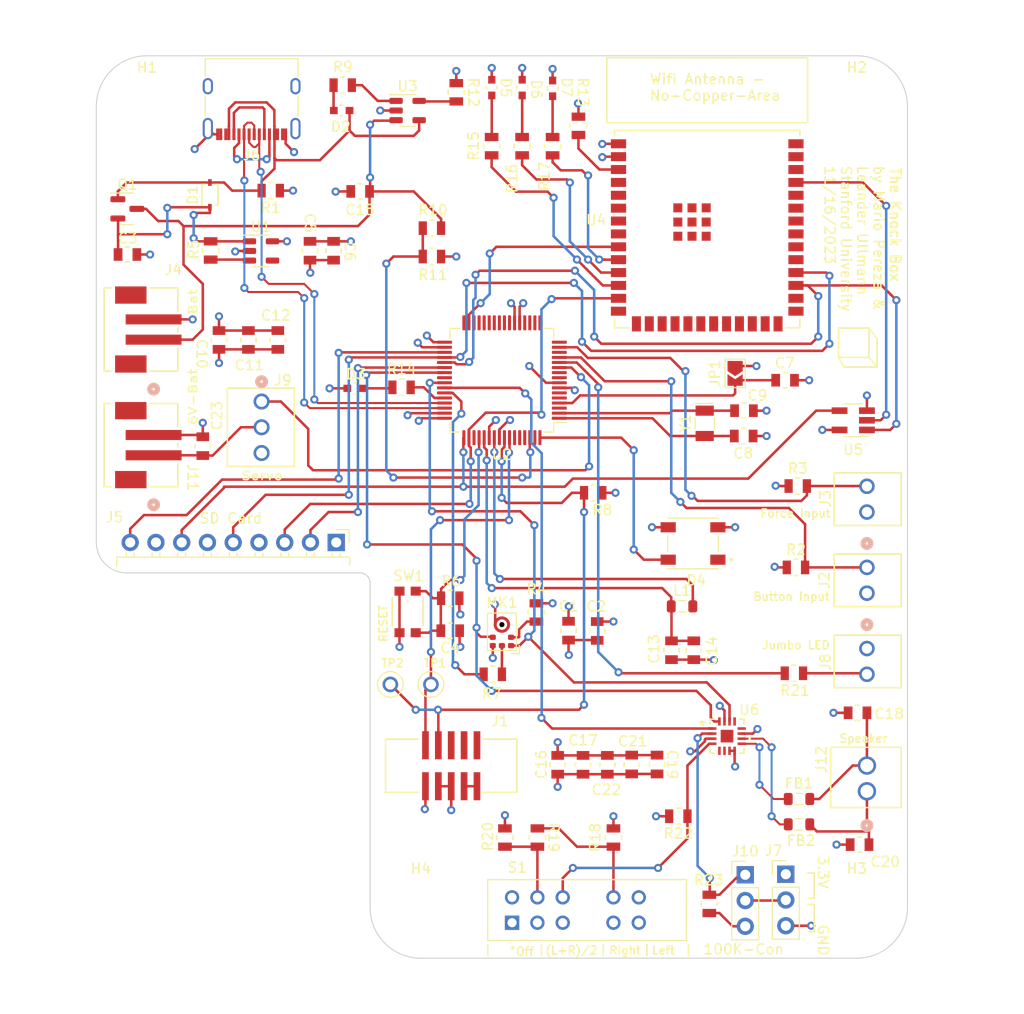
<source format=kicad_pcb>
(kicad_pcb (version 20221018) (generator pcbnew)
  (title_block (title "Knock Box Schematic") (date "2023-11-15") (rev "1.0") (company "by Mario Peraza and Leander Ullmann") (comment 1 "Stanford, CA 94305-9505") (comment 2 "350 jane Stanford Way") (comment 3 "Electrical Engineering Department") (comment 4 "EE256 / Stanford University"))
  (layers (0 "F.Cu" signal) (1 "In1.Cu" power) (2 "In2.Cu" power) (31 "B.Cu" signal) (34 "B.Paste" user) (35 "F.Paste" user) (36 "B.SilkS" user "B.Silkscreen") (37 "F.SilkS" user "F.Silkscreen") (38 "B.Mask" user) (39 "F.Mask" user) (44 "Edge.Cuts" user))
  (net 0 "")
  (net 1 "+3.3V")
  (net 2 "GND")
  (net 3 "Net-(D1-K)")
  (net 4 "RESET")
  (net 5 "/AREF")
  (net 6 "Net-(U2-PA00)")
  (net 7 "Net-(U2-PA01)")
  (net 8 "Net-(U2-VDDCORE)")
  (net 9 "+BATT")
  (net 10 "Net-(C18-Pad1)")
  (net 11 "VBUS")
  (net 12 "Net-(D2-K)")
  (net 13 "Net-(D3-A)")
  (net 15 "D8_NEOPIX")
  (net 16 "Net-(D5-A)")
  (net 17 "Net-(D6-A)")
  (net 18 "Net-(D7-A)")
  (net 19 "/VO-")
  (net 20 "/VO+")
  (net 21 "/SWDIO")
  (net 22 "/SWCLK")
  (net 26 "unconnected-(J1-Pad10)")
  (net 27 "/Button_Signal")
  (net 28 "/Force_Signal")
  (net 30 "/CS_Card")
  (net 31 "/MOSI")
  (net 32 "/SCK")
  (net 33 "/MISO")
  (net 35 "/Card_Detect")
  (net 36 "unconnected-(J6-CC1-PadA5)")
  (net 37 "D+")
  (net 38 "D-")
  (net 39 "unconnected-(J6-SBU1-PadA8)")
  (net 40 "Net-(J10-Pad2)")
  (net 41 "Net-(J8-Pin_1)")
  (net 42 "PWM_Servo")
  (net 43 "+6V")
  (net 44 "/AMPL_GAIN_SEL")
  (net 45 "Net-(J10-Pad3)")
  (net 46 "Net-(U2-VSW)")
  (net 47 "/I2S_LRCLK")
  (net 48 "Net-(MK1-SEL)")
  (net 49 "/I2S_BCLK")
  (net 50 "Net-(MK1-DATA)")
  (net 51 "Net-(U1-EN)")
  (net 52 "/I2S_DOUT")
  (net 53 "Net-(U3-STAT)")
  (net 54 "/V_DIV")
  (net 55 "Net-(U3-PROG)")
  (net 56 "Net-(U4-EN)")
  (net 57 "RED_LED")
  (net 58 "ESP_BLUE")
  (net 59 "ESP_RED")
  (net 60 "ESP_GREEN")
  (net 61 "Net-(R18-Pad1)")
  (net 62 "Net-(R19-Pad2)")
  (net 63 "JUMBO_LED")
  (net 64 "/SD_MODE")
  (net 90 "/ESP_Busy")
  (net 92 "/CS_Wifi")
  (net 94 "/I2S_DIN")
  (net 125 "/MISO_ESP")
  (net 134 "Net-(C20-Pad1)")
  (footprint "EE256_Footprints:LED_LTST-C191KRKT_LTO" (layer "F.Cu") (at 192 63.1397 -90)
    (fp_text reference "D6")
    (fp_text value "RED LED")
  )
  (footprint "EE256_Footprints:LED_LTST-C191KRKT_LTO" (layer "F.Cu") (at 174.2 65.4)
    (fp_text reference "D2")
    (fp_text value "ORANGE LED")
  )
  (footprint "EE256_Footprints:CONN_B2B-PH-SM4-TBLFSN_JST" (layer "F.Cu") (at 154.4052 98.399998 90)
    (fp_text reference "J11")
    (fp_text value "B2B-PH-SM4-TB")
  )
  (footprint "EE256_Footprints:CONN3_22232031_MOL" (layer "F.Cu") (at 166.3 94.1 -90)
    (fp_text reference "J9")
    (fp_text value "Molex3")
  )
  (footprint "Connector_PinHeader_2.54mm:PinHeader_1x03_P2.54mm_Vertical" (layer "F.Cu") (at 218 140.72)
    (fp_text reference "J7")
    (fp_text value "61300311121")
  )
  (footprint "EE256_Footprints:STA_RMCF0805_STP" (layer "F.Cu") (at 193.5 137.1017 -90)
    (fp_text reference "R19")
    (fp_text value "2.2K")
  )
  (footprint "EE256_Footprints:STA_RMCF0805_STP" (layer "F.Cu") (at 183.0983 77)
    (fp_text reference "R10")
    (fp_text value "100K")
  )
  (footprint "EE256_Footprints:G-21_MUR" (layer "F.Cu") (at 173.4 79.2271 -90)
    (fp_text reference "C6")
    (fp_text value "1uF")
  )
  (footprint "EE256_Footprints:G-21_MUR" (layer "F.Cu") (at 165 88.0271 -90)
    (fp_text reference "C11")
    (fp_text value "1uF")
  )
  (footprint "EE256_Footprints:STA_RMCF0805_STP" (layer "F.Cu") (at 174.3 62.9 180)
    (fp_text reference "R9")
    (fp_text value "1K")
  )
  (footprint "MountingHole:MountingHole_3.2mm_M3_ISO7380" (layer "F.Cu") (at 182 144)
    (fp_text reference "H4")
    (fp_text value "MountingHole")
  )
  (footprint "EE256_Footprints:G-21_MUR" (layer "F.Cu") (at 167.9 88.0271 -90)
    (fp_text reference "C12")
    (fp_text value "1uF")
  )
  (footprint "EE256_Footprints:STA_RMCF0805_STP" (layer "F.Cu") (at 190.3 137.1017 90)
    (fp_text reference "R20")
    (fp_text value "1K")
  )
  (footprint "EE256_Footprints:G-21_MUR" (layer "F.Cu") (at 225.2729 137.8 180)
    (fp_text reference "C20")
    (fp_text value "220pF")
  )
  (footprint "EE256_Footprints:STA_RMCF0805_STP" (layer "F.Cu") (at 207.3983 135 180)
    (fp_text reference "R22")
    (fp_text value "1M")
  )
  (footprint "EE256_Footprints:G-21_MUR" (layer "F.Cu") (at 206.725 118.6271 90)
    (fp_text reference "C13")
    (fp_text value "1uF")
  )
  (footprint "EE256_Footprints:STA_RMCF0805_STP" (layer "F.Cu") (at 197.5481 66.9095 -90)
    (fp_text reference "R13")
    (fp_text value "10K")
  )
  (footprint "EE256_Footprints:G-21_MUR" (layer "F.Cu") (at 198 129.9271 90)
    (fp_text reference "C17")
    (fp_text value "0.1uF")
  )
  (footprint "EE256_Footprints:CONN10_3221-10-0300-00_CNC" (layer "F.Cu") (at 185 130.019998)
    (fp_text reference "J1")
    (fp_text value "3221-10-0300-00")
  )
  (footprint "EE256_Footprints:G-21_MUR" (layer "F.Cu") (at 162.1 88.0271 -90)
    (fp_text reference "C10")
    (fp_text value "10uF")
  )
  (footprint "EE256_Footprints:STA_RMCF0805_STP" (layer "F.Cu") (at 191.9934 68.9161 90)
    (fp_text reference "R16")
    (fp_text value "1K")
  )
  (footprint "EE256_Footprints:STA_RMCF0805_STP" (layer "F.Cu") (at 210.4561 143.6462 -90)
    (fp_text reference "R23")
    (fp_text value "100K")
  )
  (footprint "EE256_Footprints:CONN_22232021_MOL" (layer "F.Cu") (at 226 105 90)
    (fp_text reference "J3")
    (fp_text value "Molex2")
  )
  (footprint "EE256_Footprints:STA_RMCF0805_STP" (layer "F.Cu") (at 218.7983 120.9)
    (fp_text reference "R21")
    (fp_text value "2.2K")
  )
  (footprint "EE256_Footprints:STA_RMCF0805_STP" (layer "F.Cu") (at 180.1 92.7 180)
    (fp_text reference "R14")
    (fp_text value "2.2K")
  )
  (footprint "Connector_USB:USB_C_Receptacle_XKB_U262-16XN-4BVC11" (layer "F.Cu") (at 165.32 64.075 180)
    (fp_text reference "J6")
    (fp_text value "USB_C_Receptacle_USB2.0")
  )
  (footprint "Package_QFP:TQFP-64_10x10mm_P0.5mm" (layer "F.Cu") (at 190 92 180)
    (fp_text reference "U2")
    (fp_text value "ATSAMD51J19A-A")
  )
  (footprint "Package_TO_SOT_SMD:SOT-23-5" (layer "F.Cu") (at 166.2375 79.25)
    (fp_text reference "U1")
    (fp_text value "AP2112K-3.3")
  )
  (footprint "Inductor_SMD:L_0805_2012Metric" (layer "F.Cu") (at 219.3 135.8)
    (fp_text reference "FB2")
    (fp_text value "FerriteBead")
  )
  (footprint "EE256_Footprints:STA_RMCF0805_STP" (layer "F.Cu") (at 183.0983 79.8 180)
    (fp_text reference "R11")
    (fp_text value "100K")
  )
  (footprint "EE256_Footprints:G-21_MUR" (layer "F.Cu") (at 213.8729 95 180)
    (fp_text reference "C9")
    (fp_text value "22pF")
  )
  (footprint "EE256_Footprints:ESP32­S3­WROOM­1U_EXP" (layer "F.Cu") (at 210.2497 77.09042)
    (fp_text reference "U4")
    (fp_text value "ESP32-S3-WROOM-1-N16R8")
  )
  (footprint "Connector_PinHeader_2.54mm:PinHeader_1x03_P2.54mm_Vertical" (layer "F.Cu") (at 214 140.775)
    (fp_text reference "J10")
    (fp_text value "61300311121")
  )
  (footprint "EE256_Footprints:CONN_B2B-PH-SM4-TBLFSN_JST" (layer "F.Cu") (at 154.4052 86.999999 90)
    (fp_text reference "J4")
    (fp_text value "B2B-PH-SM4-TB")
  )
  (footprint "EE256_Footprints:G-21_MUR" (layer "F.Cu") (at 153.0729 79.6)
    (fp_text reference "C3")
    (fp_text value "10uF")
  )
  (footprint "Package_TO_SOT_SMD:SOT-23" (layer "F.Cu") (at 153.0625 75.1)
    (fp_text reference "Q1")
    (fp_text value "BSS84")
  )
  (footprint "Inductor_SMD:L_0805_2012Metric" (layer "F.Cu") (at 207.7625 114.3)
    (fp_text reference "L1")
    (fp_text value "10uH")
  )
  (footprint "EE256_Footprints:G-21_MUR" (layer "F.Cu") (at 171.075 79.2271 -90)
    (fp_text reference "C5")
    (fp_text value "10uF")
  )
  (footprint "EE256_Footprints:STA_RMCF0805_STP" (layer "F.Cu") (at 184.9017 113.5)
    (fp_text reference "R6")
    (fp_text value "10K")
  )
  (footprint "EE256_Footprints:G-21_MUR" (layer "F.Cu") (at 202.8 129.9 -90)
    (fp_text reference "C21")
    (fp_text value "10uF")
  )
  (footprint "EE256_Footprints:STA_RMCF0805_STP" (layer "F.Cu") (at 189.1 121)
    (fp_text reference "R7")
    (fp_text value "68")
  )
  (footprint "EE256_Footprints:STA_RMCF0805_STP" (layer "F.Cu") (at 185.5 63.6017 -90)
    (fp_text reference "R12")
    (fp_text value "10K")
  )
  (footprint "Sensor_Audio:Knowles_SPH0645LM4H-6_3.5x2.65mm" (layer "F.Cu") (at 190 116.81 180)
    (fp_text reference "MK1")
    (fp_text value "SPH0645LM4H")
  )
  (footprint "EE256_Footprints:LED_1655" (layer "F.Cu") (at 208.85 108.1 180)
    (fp_text reference "D4")
    (fp_text value "NeoPixel_THT")
  )
  (footprint "EE256_Footprints:SDO_RB550VM-30TE-17_ROM" (layer "F.Cu") (at 161.2 73.7192 90)
    (fp_text reference "D1")
    (fp_text value "D_Schottky")
  )
  (footprint "Connector_PinHeader_2.54mm:PinHeader_1x09_P2.54mm_Horizontal" (layer "F.Cu") (at 173.66 108 -90)
    (fp_text reference "J5")
    (fp_text value "61300911021")
  )
  (footprint "EE256_Footprints:LED_LTST-C191KRKT_LTO" (layer "F.Cu") (at 195 63.2144 -90)
    (fp_text reference "D7")
    (fp_text value "GREEN LED")
  )
  (footprint "EE256_Footprints:STA_RMCF0805_STP" (layer "F.Cu") (at 199 103.1017 180)
    (fp_text reference "R8")
    (fp_text value "10K")
  )
  (footprint "EE256_Footprints:STA_RMCF0805_STP" (layer "F.Cu") (at 193.4 114.9017 -90)
    (fp_text reference "R4")
    (fp_text value "10K")
  )
  (footprint "Inductor_SMD:L_0805_2012Metric" (layer "F.Cu") (at 219.3 133.3)
    (fp_text reference "FB1")
    (fp_text value "FerriteBead")
  )
  (footprint "EE256_Footprints:SW_SS-24E06-TG_5__P_" (layer "F.Cu") (at 198.4 144.25)
    (fp_text reference "S1")
    (fp_text value "SS-24E06-TG_5__P_")
  )
  (footprint "EE256_Footprints:G-21_MUR" (layer "F.Cu") (at 217.9271 92)
    (fp_text reference "C7")
    (fp_text value "1uF")
  )
  (footprint "Jumper:SolderJumper-2_P1.3mm_Open_TrianglePad1.0x1.5mm" (layer "F.Cu") (at 213 91.325 -90)
    (fp_text reference "JP1")
    (fp_text value "~")
  )
  (footprint "EE256_Footprints:KEYSTONE_5000" (layer "F.Cu") (at 183 122)
    (fp_text reference "TP1")
    (fp_text value "TestPoint")
  )
  (footprint "EE256_Footprints:STA_RMCF0805_STP" (layer "F.Cu") (at 188.9868 68.9161 90)
    (fp_text reference "R15")
    (fp_text value "1K")
  )
  (footprint "EE256_Footprints:CONN_22232021_MOL" (layer "F.Cu") (at 226 121 90)
    (fp_text reference "J8")
    (fp_text value "Molex2")
  )
  (footprint "EE256_Footprints:CONN_22232021_MOL" (layer "F.Cu") (at 226 113 90)
    (fp_text reference "J2")
    (fp_text value "Molex2")
  )
  (footprint "EE256_Footprints:STA_RMCF0805_STP" (layer "F.Cu") (at 167.2017 73.3 180)
    (fp_text reference "R1")
    (fp_text value "100K")
  )
  (footprint "EE256_Footprints:KEYSTONE_5000" (layer "F.Cu") (at 179 122)
    (fp_text reference "TP2")
    (fp_text value "TestPoint")
  )
  (footprint "MountingHole:MountingHole_3.2mm_M3_ISO7380" (layer "F.Cu") (at 225 65)
    (fp_text reference "H2")
    (fp_text value "MountingHole")
  )
  (footprint "EE256_Footprints:STA_RMCF0805_STP" (layer "F.Cu") (at 218.9983 110.46)
    (fp_text reference "R2")
    (fp_text value "10K")
  )
  (footprint "EE256_Footprints:21-0136I_T1633-4_MXM" (layer "F.Cu") (at 212.2 127.1)
    (fp_text reference "U6")
    (fp_text value "MAX98357AETE+T")
  )
  (footprint "EE256_Footprints:G-21_MUR" (layer "F.Cu") (at 208.925 118.6271 90)
    (fp_text reference "C14")
    (fp_text value "1uF")
  )
  (footprint "EE256_Footprints:G-21_MUR" (layer "F.Cu") (at 213.8458 97.5 180)
    (fp_text reference "C8")
    (fp_text value "22pF")
  )
  (footprint "EE256_Footprints:STA_RMCF0805_STP" (layer "F.Cu") (at 201 137.1017 90)
    (fp_text reference "R18")
    (fp_text value "6.8K")
  )
  (footprint "EE256_Footprints:G-21_MUR" (layer "F.Cu") (at 176.018 73.3785)
    (fp_text reference "C15")
    (fp_text value "10uF")
  )
  (footprint "EE256_Footprints:G-21_MUR" (layer "F.Cu") (at 184.9 116.7)
    (fp_text reference "C4")
    (fp_text value "1uF")
  )
  (footprint "EE256_Footprints:IC4_KMR231NGLFS_CNK" (layer "F.Cu") (at 180.699999 114.849998)
    (fp_text reference "SW1")
    (fp_text value "KMR231NG LFS")
  )
  (footprint "MountingHole:MountingHole_3.2mm_M3_ISO7380" (layer "F.Cu") (at 225 144)
    (fp_text reference "H3")
    (fp_text value "MountingHole")
  )
  (footprint "EE256_Footprints:G-21_MUR" (layer "F.Cu") (at 196.5729 116.7 -90)
    (fp_text reference "C1")
    (fp_text value "1uF")
  )
  (footprint "EE256_Footprints:STA_RMCF0805_STP" (layer "F.Cu") (at 219.1745 102.4349)
    (fp_text reference "R3")
    (fp_text value "10K")
  )
  (footprint "EE256_Footprints:STA_RMCF0805_STP" (layer "F.Cu") (at 195 68.9161 90)
    (fp_text reference "R17")
    (fp_text value "1K")
  )
  (footprint "EE256_Footprints:G-21_MUR" (layer "F.Cu") (at 195.5 129.9271 90)
    (fp_text reference "C16")
    (fp_text value "10uF")
  )
  (footprint "EE256_Footprints:LED_LTST-C191KRKT_LTO" (layer "F.Cu") (at 189 63.1397 -90)
    (fp_text reference "D5")
    (fp_text value "BLUE LED")
  )
  (footprint "Package_TO_SOT_SMD:SOT-23-5" (layer "F.Cu") (at 180.7 65.4)
    (fp_text reference "U3")
    (fp_text value "MCP73831-2-OT")
  )
  (footprint "EE256_Footprints:G-21_MUR" (layer "F.Cu") (at 199.4 116.7271 -90)
    (fp_text reference "C2")
    (fp_text value "220pF")
  )
  (footprint "EE256_Footprints:STA_RMCF0805_STP" (layer "F.Cu") (at 161.275 79.2017 90)
    (fp_text reference "R5")
    (fp_text value "10K")
  )
  (footprint "Package_TO_SOT_SMD:SOT-23-5_HandSoldering" (layer "F.Cu") (at 224.65 95.95 180)
    (fp_text reference "U5")
    (fp_text value "74AHC1G125")
  )
  (footprint "EE256_Footprints:G-21_MUR" (layer "F.Cu") (at 160.5 98.5 90)
    (fp_text reference "C23")
    (fp_text value "10uF")
  )
  (footprint "EE256_Footprints:G-21_MUR" (layer "F.Cu") (at 200.4 129.9271 -90)
    (fp_text reference "C22")
    (fp_text value "10uF")
  )
  (footprint "EE256_Footprints:CONN_OSTVN02A150_OST" (layer "F.Cu") (at 226 132.54 90)
    (fp_text reference "J12")
    (fp_text value "OSTVN02A150")
  )
  (footprint "EE256_Footprints:G-21_MUR" (layer "F.Cu") (at 205.3 129.9 -90)
    (fp_text reference "C19")
    (fp_text value "10uF")
  )
  (footprint "EE256_Footprints:G-21_MUR" (layer "F.Cu") (at 225.0729 124.8 180)
    (fp_text reference "C18")
    (fp_text value "220pF")
  )
  (footprint "MountingHole:MountingHole_3.2mm_M3_ISO7380" (layer "F.Cu") (at 155 65)
    (fp_text reference "H1")
    (fp_text value "MountingHole")
  )
  (footprint "Crystal:Crystal_SMD_MicroCrystal_CC7V-T1A-2Pin_3.2x1.5mm" (layer "F.Cu") (at 210 96.25 -90)
    (fp_text reference "Y1")
    (fp_text value "Crystal")
  )
  (footprint "EE256_Footprints:LED_LTST-C191KRKT_LTO" (layer "F.Cu") (at 175.5253 92.8)
    (fp_text reference "D3")
    (fp_text value "RED LED")
  )
  (gr_line (start 223.75 90.7) (end 223.2 89.75) (stroke (width 0.15)) (layer "F.SilkS"))
  (gr_line (start 227 90.7) (end 223.75 90.7) (stroke (width 0.15)) (layer "F.SilkS"))
  (gr_line (start 200 147.65) (end 200 148.75) (stroke (width 0.15)) (layer "F.SilkS"))
  (gr_line (start 204.3 147.65) (end 204.3 148.75) (stroke (width 0.15)) (layer "F.SilkS"))
  (gr_line (start 220.8 146.4) (end 220.2 146.4) (stroke (width 0.15)) (layer "F.SilkS"))
  (gr_line (start 220.8 143.7) (end 220.8 146.4) (stroke (width 0.15)) (layer "F.SilkS"))
  (gr_line (start 226.2 86.85) (end 227 87.95) (stroke (width 0.15)) (layer "F.SilkS"))
  (gr_rect (start 223.2 86.85) (end 226.2 89.75) (stroke (width 0.15)) (fill none) (layer "F.SilkS"))
  (gr_line (start 227 87.95) (end 227 90.7) (stroke (width 0.15)) (layer "F.SilkS"))
  (gr_line (start 220.8 143.1) (end 220.2 143.1) (stroke (width 0.15)) (layer "F.SilkS"))
  (gr_line (start 193.9 147.7) (end 193.9 148.8) (stroke (width 0.15)) (layer "F.SilkS"))
  (gr_line (start 220.1 140.6) (end 220.8 140.6) (stroke (width 0.15)) (layer "F.SilkS"))
  (gr_line (start 208.4 147.65) (end 208.4 148.75) (stroke (width 0.15)) (layer "F.SilkS"))
  (gr_line (start 220.8 140.6) (end 220.8 143.1) (stroke (width 0.15)) (layer "F.SilkS"))
  (gr_rect (start 200.3481 60.19908) (end 220.1481 66.59908) (stroke (width 0.15)) (fill none) (layer "F.SilkS"))
  (gr_line (start 188.6 147.65) (end 188.6 148.75) (stroke (width 0.15)) (layer "F.SilkS"))
  (gr_line (start 220.2 143.7) (end 220.8 143.7) (stroke (width 0.15)) (layer "F.SilkS"))
  (gr_line (start 227 90.7) (end 226.2 89.75) (stroke (width 0.15)) (layer "F.SilkS"))
  (gr_line (start 176 111) (end 153 111) (stroke (width 0.1)) (layer "Edge.Cuts"))
  (gr_line (start 225 149) (end 182 149) (stroke (width 0.1)) (layer "Edge.Cuts"))
  (gr_line (start 155 60) (end 225 60) (stroke (width 0.1)) (layer "Edge.Cuts"))
  (gr_arc (start 230 144) (mid 228.535534 147.535534) (end 225 149) (stroke (width 0.1)) (layer "Edge.Cuts"))
  (gr_line (start 230 65) (end 230 144) (stroke (width 0.1)) (layer "Edge.Cuts"))
  (gr_arc (start 150 65) (mid 151.464466 61.464466) (end 155 60) (stroke (width 0.1)) (layer "Edge.Cuts"))
  (gr_line (start 150 108) (end 150 65) (stroke (width 0.1)) (layer "Edge.Cuts"))
  (gr_arc (start 225 60) (mid 228.535534 61.464466) (end 230 65) (stroke (width 0.1)) (layer "Edge.Cuts"))
  (gr_arc (start 176 111) (mid 176.707107 111.292893) (end 177 112) (stroke (width 0.1)) (layer "Edge.Cuts"))
  (gr_arc (start 153 111) (mid 150.87868 110.12132) (end 150 108) (stroke (width 0.1)) (layer "Edge.Cuts"))
  (gr_line (start 177 144) (end 177 112) (stroke (width 0.1)) (layer "Edge.Cuts"))
  (gr_arc (start 182 149) (mid 178.464466 147.535534) (end 177 144) (stroke (width 0.1)) (layer "Edge.Cuts"))
  (gr_text "Bat" (at 160 85.6 90) (layer "F.SilkS") (effects (font (size 0.8 1)) (justify left bottom)))
  (gr_text "Jumbo LED" (at 215.6 118.6) (layer "F.SilkS") (effects (font (size 0.8 0.8)) (justify left bottom)))
  (gr_text "SD Card" (at 160.1 106.2) (layer "F.SilkS") (effects (font (size 1 1)) (justify left bottom)))
  (gr_text "6V-Bat" (at 160 96.5 90) (layer "F.SilkS") (effects (font (size 0.8 1)) (justify left bottom)))
  (gr_text "The Knock Box" (at 228.2 70.9 270) (layer "F.SilkS") (effects (font (size 1 1) (thickness 0.2) bold) (justify left bottom)))
  (gr_text "Wifi Antenna - \nNo-Copper-Area" (at 204.5 64.5) (layer "F.SilkS") (effects (font (size 1 1)) (justify left bottom)))
  (gr_text "RESET" (at 178.3 116 90) (layer "F.SilkS") (effects (font (size 0.8 0.8))))
  (gr_text "by Mario Pereza & \nLeander Ullmann\nStanford University\n11/16/2023" (at 221.75 70.75 270) (layer "F.SilkS") (effects (font (size 1 1)) (justify left bottom)))
  (gr_text "Force Input" (at 215.4 105.6) (layer "F.SilkS") (effects (font (size 0.8 0.8)) (justify left bottom)))
  (gr_text "Left" (at 204.7 148.7) (layer "F.SilkS") (effects (font (size 0.8 0.8)) (justify left bottom)))
  (gr_text "Button Input" (at 214.7 113.8) (layer "F.SilkS") (effects (font (size 0.8 0.8)) (justify left bottom)))
  (gr_text "100K-Con" (at 209.8 148.7) (layer "F.SilkS") (effects (font (size 1 1)) (justify left bottom)))
  (gr_text "Servo" (at 164.2 101.9) (layer "F.SilkS") (effects (font (size 0.8 1)) (justify left bottom)))
  (gr_text "(L+R)/2" (at 194.2 148.7) (layer "F.SilkS") (effects (font (size 0.8 0.8)) (justify left bottom)))
  (gr_text "Off" (at 191.3 148.8) (layer "F.SilkS") (effects (font (size 0.8 0.8)) (justify left bottom)))
  (gr_text "3.3V" (at 221.1 138.8 -90) (layer "F.SilkS") (effects (font (size 1 1)) (justify left bottom)))
  (gr_text "Speaker" (at 223.2 127.8) (layer "F.SilkS") (effects (font (size 0.8 0.8)) (justify left bottom)))
  (gr_text "Right" (at 200.5 148.7) (layer "F.SilkS") (effects (font (size 0.8 0.8)) (justify left bottom)))
  (gr_text "GND" (at 221.1 145.6 -90) (layer "F.SilkS") (effects (font (size 1 1)) (justify left bottom)))
  (segment (start 196.5729 115.7729) (end 196.5729 114.3271) (width 0.25) (layer "F.Cu") (net 1))
  (segment (start 182.15 88.75) (end 181.7 88.3) (width 0.25) (layer "F.Cu") (net 1))
  (segment (start 206.4966 135) (end 205.2 135) (width 0.25) (layer "F.Cu") (net 1))
  (segment (start 201 136.2) (end 201 135) (width 0.25) (layer "F.Cu") (net 1))
  (segment (start 201.4994 69.95048) (end 199.94952 69.95048) (width 0.25) (layer "F.Cu") (net 1))
  (segment (start 167.375 78.3) (end 168.8 78.3) (width 0.25) (layer "F.Cu") (net 1))
  (segment (start 199.94952 69.95048) (end 199.9 70) (width 0.25) (layer "F.Cu") (net 1))
  (segment (start 173.4 78.3) (end 175.1 78.3) (width 0.25) (layer "F.Cu") (net 1))
  (segment (start 195.5 129) (end 198 129) (width 0.25) (layer "F.Cu") (net 1))
  (segment (start 194.35 92.25) (end 192.7 90.6) (width 0.25) (layer "F.Cu") (net 1))
  (segment (start 184.3375 88.75) (end 182.15 88.75) (width 0.25) (layer "F.Cu") (net 1))
  (segment (start 199.9017 103.1017) (end 201.1983 103.1017) (width 0.25) (layer "F.Cu") (net 1))
  (segment (start 197.5481 64.7481) (end 197.5 64.7) (width 0.25) (layer "F.Cu") (net 1))
  (segment (start 200.4 129) (end 202.7729 129) (width 0.25) (layer "F.Cu") (net 1))
  (segment (start 165 87.1) (end 167.9 87.1) (width 0.25) (layer "F.Cu") (net 1))
  (segment (start 212.950001 130.050001) (end 213 130.1) (width 0.25) (layer "F.Cu") (net 1))
  (segment (start 182.46 134.24) (end 182.4 134.3) (width 0.25) (layer "F.Cu") (net 1))
  (segment (start 195.5 129) (end 195.5 127.7) (width 0.25) (layer "F.Cu") (net 1))
  (segment (start 189.1 118.174) (end 189.1 119.4) (width 0.25) (layer "F.Cu") (net 1))
  (segment (start 182.05 95.75) (end 181.8 96) (width 0.25) (layer "F.Cu") (net 1))
  (segment (start 162.1 87.1) (end 165 87.1) (width 0.25) (layer "F.Cu") (net 1))
  (segment (start 198 129) (end 200.4 129) (width 0.25) (layer "F.Cu") (net 1))
  (segment (start 162.1 87.1) (end 162.1 85.7) (width 0.25) (layer "F.Cu") (net 1))
  (segment (start 199.4 115.8) (end 201 115.8) (width 0.25) (layer "F.Cu") (net 1))
  (segment (start 182.46 132.039996) (end 182.46 134.24) (width 0.25) (layer "F.Cu") (net 1))
  (segment (start 185.8034 113.5) (end 185.8034 115.0039) (width 0.25) (layer "F.Cu") (net 1))
  (segment (start 185.8034 115.0039) (end 185.8995 115.1) (width 0.25) (layer "F.Cu") (net 1))
  (segment (start 189.75 96.859315) (end 189.75 97.6625) (width 0.25) (layer "F.Cu") (net 1))
  (segment (start 223.3 96.9) (end 221.6 96.9) (width 0.25) (layer "F.Cu") (net 1))
  (segment (start 196.5729 114.3271) (end 196.6 114.3) (width 0.25) (layer "F.Cu") (net 1))
  (segment (start 191.75 86.3375) (end 191.75 84.75) (width 0.25) (layer "F.Cu") (net 1))
  (segment (start 202.7729 129) (end 202.8 128.9729) (width 0.25) (layer "F.Cu") (net 1))
  (segment (start 184.3375 95.75) (end 182.05 95.75) (width 0.25) (layer "F.Cu") (net 1))
  (segment (start 190.684815 95.9245) (end 189.75 96.859315) (width 0.25) (layer "F.Cu") (net 1))
  (segment (start 206.4 106.5) (end 204.8 106.5) (width 0.25) (layer "F.Cu") (net 1))
  (segment (start 191.75 84.75) (end 192.1 84.4) (width 0.25) (layer "F.Cu") (net 1))
  (segment (start 195.6625 92.25) (end 194.35 92.25) (width 0.25) (layer "F.Cu") (net 1))
  (segment (start 190.8 95.9245) (end 190.684815 95.9245) (width 0.25) (layer "F.Cu") (net 1))
  (segment (start 212.45 128.5478) (end 212.950001 128.5478) (width 0.25) (layer "F.Cu") (net 1))
  (segment (start 171.075 78.3) (end 173.4 78.3) (width 0.25) (layer "F.Cu") (net 1))
  (segment (start 212.950001 128.5478) (end 212.950001 130.050001) (width 0.25) (layer "F.Cu") (net 1))
  (segment (start 197.5481 66.0078) (end 197.5481 64.7481) (width 0.25) (layer "F.Cu") (net 1))
  (segment (start 213 90.6) (end 215.1 90.6) (width 0.25) (layer "F.Cu") (net 1))
  (segment (start 202.8 128.9729) (end 205.3 128.9729) (width 0.25) (layer "F.Cu") (net 1))
  (segment (start 201.1983 103.1017) (end 201.2 103.1) (width 0.25) (layer "F.Cu") (net 1))
  (via (at 189.1 119.4) (size 0.8) (drill 0.4) (layers "F.Cu" "B.Cu") (net 1))
  (via (at 175.1 78.3) (size 0.8) (drill 0.4) (layers "F.Cu" "B.Cu") (net 1))
  (via (at 182.4 134.3) (size 0.8) (drill 0.4) (layers "F.Cu" "B.Cu") (net 1))
  (via (at 197.5 64.7) (size 0.8) (drill 0.4) (layers "F.Cu" "B.Cu") (net 1))
  (via (at 192.7 90.6) (size 0.8) (drill 0.4) (layers "F.Cu" "B.Cu") (net 1))
  (via (at 201 115.8) (size 0.8) (drill 0.4) (layers "F.Cu" "B.Cu") (net 1))
  (via (at 201 135) (size 0.8) (drill 0.4) (layers "F.Cu" "B.Cu") (net 1))
  (via (at 181.7 88.3) (size 0.8) (drill 0.4) (layers "F.Cu" "B.Cu") (net 1))
  (via (at 213 130.1) (size 0.8) (drill 0.4) (layers "F.Cu" "B.Cu") (net 1))
  (via (at 181.8 96) (size 0.8) (drill 0.4) (layers "F.Cu" "B.Cu") (net 1))
  (via (at 185.8995 115.1) (size 0.8) (drill 0.4) (layers "F.Cu" "B.Cu") (net 1))
  (via (at 221.6 96.9) (size 0.8) (drill 0.4) (layers "F.Cu" "B.Cu") (net 1))
  (via (at 205.2 135) (size 0.8) (drill 0.4) (layers "F.Cu" "B.Cu") (net 1))
  (via (at 204.8 106.5) (size 0.8) (drill 0.4) (layers "F.Cu" "B.Cu") (net 1))
  (via (at 192.1 84.4) (size 0.8) (drill 0.4) (layers "F.Cu" "B.Cu") (net 1))
  (via (at 199.9 70) (size 0.8) (drill 0.4) (layers "F.Cu" "B.Cu") (net 1))
  (via (at 162.1 85.7) (size 0.8) (drill 0.4) (layers "F.Cu" "B.Cu") (net 1))
  (via (at 215.1 90.6) (size 0.8) (drill 0.4) (layers "F.Cu" "B.Cu") (net 1))
  (via (at 196.6 114.3) (size 0.8) (drill 0.4) (layers "F.Cu" "B.Cu") (net 1))
  (via (at 190.8 95.9245) (size 0.8) (drill 0.4) (layers "F.Cu" "B.Cu") (net 1))
  (via (at 201.2 103.1) (size 0.8) (drill 0.4) (layers "F.Cu" "B.Cu") (net 1))
  (via (at 168.8 78.3) (size 0.8) (drill 0.4) (layers "F.Cu" "B.Cu") (net 1))
  (via (at 195.5 127.7) (size 0.8) (drill 0.4) (layers "F.Cu" "B.Cu") (net 1))
  (segment (start 184.3375 88.25) (end 183.25 88.25) (width 0.25) (layer "F.Cu") (net 2))
  (segment (start 224.3458 137.8) (end 223 137.8) (width 0.25) (layer "F.Cu") (net 2))
  (segment (start 195 62.4397) (end 195 61.3) (width 0.25) (layer "F.Cu") (net 2))
  (segment (start 154 79.6) (end 155.3 79.6) (width 0.25) (layer "F.Cu") (net 2))
  (segment (start 214.75 126.85) (end 215.2 126.4) (width 0.25) (layer "F.Cu") (net 2))
  (segment (start 179.899998 116.899996) (end 179.899998 118.299998) (width 0.25) (layer "F.Cu") (net 2))
  (segment (start 195.6625 92.75) (end 196.95 92.75) (width 0.25) (layer "F.Cu") (net 2))
  (segment (start 161.565 67.745) (end 161 67.18) (width 0.25) (layer "F.Cu") (net 2))
  (segment (start 179.899998 118.299998) (end 179.9 118.3) (width 0.25) (layer "F.Cu") (net 2))
  (segment (start 160.327097 97.399997) (end 160.5 97.5729) (width 0.25) (layer "F.Cu") (net 2))
  (segment (start 196.5729 117.6271) (end 199.3729 117.6271) (width 0.25) (layer "F.Cu") (net 2))
  (segment (start 168.67 68.67) (end 169.5 69.5) (width 0.25) (layer "F.Cu") (net 2))
  (segment (start 196.5729 117.6271) (end 196.5729 119.0729) (width 0.25) (layer "F.Cu") (net 2))
  (segment (start 159.499998 85.999998) (end 159.5 86) (width 0.25) (layer "F.Cu") (net 2))
  (segment (start 216.96 110.46) (end 216.9 110.4) (width 0.25) (layer "F.Cu") (net 2))
  (segment (start 209.025305 128.6) (end 208.5755 128.6) (width 0.25) (layer "F.Cu") (net 2))
  (segment (start 208.925 119.5542) (end 210.8542 119.5542) (width 0.25) (layer "F.Cu") (net 2))
  (segment (start 226 95) (end 226 93.5) (width 0.25) (layer "F.Cu") (net 2))
  (segment (start 175.0909 73.3785) (end 173.6215 73.3785) (width 0.25) (layer "F.Cu") (net 2))
  (segment (start 155.650001 97.399997) (end 160.327097 97.399997) (width 0.25) (layer "F.Cu") (net 2))
  (segment (start 184 79.8) (end 185.5 79.8) (width 0.25) (layer "F.Cu") (net 2))
  (segment (start 200.4 130.8542) (end 202.7729 130.8542) (width 0.25) (layer "F.Cu") (net 2))
  (segment (start 224.1458 124.8) (end 222.7 124.8) (width 0.25) (layer "F.Cu") (net 2))
  (segment (start 210.025 127.4208) (end 210.025 127.600305) (width 0.25) (layer "F.Cu") (net 2))
  (segment (start 210.8542 119.5542) (end 210.9 119.6) (width 0.25) (layer "F.Cu") (net 2))
  (segment (start 217.0349 102.4349) (end 217 102.4) (width 0.25) (layer "F.Cu") (net 2))
  (segment (start 183.73 132.039996) (end 185 132.039996) (width 0.25) (layer "F.Cu") (net 2))
  (segment (start 183.25 88.25) (end 182.6 87.6) (width 0.25) (layer "F.Cu") (net 2))
  (segment (start 171.075 80.1542) (end 171.075 81.375) (width 0.25) (layer "F.Cu") (net 2))
  (segment (start 191.25 86.3375) (end 191.25 84.75) (width 0.25) (layer "F.Cu") (net 2))
  (segment (start 196.5729 119.0729) (end 196.6 119.1) (width 0.25) (layer "F.Cu") (net 2))
  (segment (start 195.5 130.8542) (end 198 130.8542) (width 0.25) (layer "F.Cu") (net 2))
  (segment (start 202.7729 130.8542) (end 202.8 130.8271) (width 0.25) (layer "F.Cu") (net 2))
  (segment (start 190.3 136.2) (end 190.3 134.9) (width 0.25) (layer "F.Cu") (net 2))
  (segment (start 193.4 114) (end 195 114) (width 0.25) (layer "F.Cu") (net 2))
  (segment (start 196.95 92.75) (end 197.187701 92.987701) (width 0.25) (layer "F.Cu") (net 2))
  (segment (start 160.5 97.5729) (end 160.5 96.2) (width 0.25) (layer "F.Cu") (net 2))
  (segment (start 161 67.18) (end 161 67.9) (width 0.25) (layer "F.Cu") (net 2))
  (segment (start 171.075 81.375) (end 171.1 81.4) (width 0.25) (layer "F.Cu") (net 2))
  (segment (start 195.5 130.8542) (end 195.5 132.1) (width 0.25) (layer "F.Cu") (net 2))
  (segment (start 191.25 84.75) (end 190.9 84.4) (width 0.25) (layer "F.Cu") (net 2))
  (segment (start 179.899998 112.8) (end 179.899998 116.899996) (width 0.25) (layer "F.Cu") (net 2))
  (segment (start 165.1 79.25) (end 163.75 79.25) (width 0.25) (layer "F.Cu") (net 2))
  (segment (start 218.0966 110.46) (end 216.96 110.46) (width 0.25) (layer "F.Cu") (net 2))
  (segment (start 180.8995 95.25) (end 180.7 95.4495) (width 0.25) (layer "F.Cu") (net 2))
  (segment (start 185.5 62.7) (end 185.5 61.5) (width 0.25) (layer "F.Cu") (net 2))
  (segment (start 213.6478 126.85) (end 214.75 126.85) (width 0.25) (layer "F.Cu") (net 2))
  (segment (start 185.8271 116.7) (end 185.8271 118.2276) (width 0.25) (layer "F.Cu") (net 2))
  (segment (start 174.7506 92.8) (end 173 92.8) (width 0.25) (layer "F.Cu") (net 2))
  (segment (start 211.95 125.6522) (end 211.95 124.574598) (width 0.25) (layer "F.Cu") (net 2))
  (segment (start 162.1 88.9542) (end 165 88.9542) (width 0.25) (layer "F.Cu") (net 2))
  (segment (start 198 130.8542) (end 200.4 130.8542) (width 0.25) (layer "F.Cu") (net 2))
  (segment (start 211.3 106.5) (end 213 106.5) (width 0.25) (layer "F.Cu") (net 2))
  (segment (start 179.5625 65.4) (end 178 65.4) (width 0.25) (layer "F.Cu") (net 2))
  (segment (start 161.97 67.745) (end 161.565 67.745) (width 0.25) (layer "F.Cu") (net 2))
  (segment (start 185.8271 118.2276) (end 185.8995 118.3) (width 0.25) (layer "F.Cu") (net 2))
  (segment (start 199.3729 117.6271) (end 199.4 117.6542) (width 0.25) (layer "F.Cu") (net 2))
  (segment (start 189.338 114.138) (end 189.3 114.1) (width 0.25) (layer "F.Cu") (net 2))
  (segment (start 189.338 116.1) (end 189.338 114.138) (width 0.25) (layer "F.Cu") (net 2))
  (segment (start 188.75 96.5745) (end 188.75 97.6625) (width 0.25) (layer "F.Cu") (net 2))
  (segment (start 211.95 124.574598) (end 211.487701 124.112299) (width 0.25) (layer "F.Cu") (net 2))
  (segment (start 202.8 130.8271) (end 205.3 130.8271) (width 0.25) (layer "F.Cu") (net 2))
  (segment (start 185 132.039996) (end 185 134.4) (width 0.25) (layer "F.Cu") (net 2))
  (segment (start 155.650001 85.999998) (end 159.499998 85.999998) (width 0.25) (layer "F.Cu") (net 2))
  (segment (start 214.7729 97.5) (end 216.1 97.5) (width 0.25) (layer "F.Cu") (net 2))
  (segment (start 162.1 88.9542) (end 162.1 90.3) (width 0.25) (layer "F.Cu") (net 2))
  (segment (start 189.4 95.9245) (end 188.75 96.5745) (width 0.25) (layer "F.Cu") (net 2))
  (segment (start 214.8 95) (end 216.1 95) (width 0.25) (layer "F.Cu") (net 2))
  (segment (start 210.7522 127.35) (end 210.0958 127.35) (width 0.25) (layer "F.Cu") (net 2))
  (segment (start 189 62.365) (end 189 61.2) (width 0.25) (layer "F.Cu") (net 2))
  (segment (start 201.4994 68.68048) (end 199.91952 68.68048) (width 0.25) (layer "F.Cu") (net 2))
  (segment (start 206.725 119.5542) (end 208.925 119.5542) (width 0.25) (layer "F.Cu") (net 2))
  (segment (start 163.75 79.25) (end 163.7 79.3) (width 0.25) (layer "F.Cu") (net 2))
  (segment (start 199.91952 68.68048) (end 199.9 68.7) (width 0.25) (layer "F.Cu") (net 2))
  (segment (start 210.0958 127.35) (end 210.025 127.4208) (width 0.25) (layer "F.Cu") (net 2))
  (segment (start 184.3375 95.25) (end 180.8995 95.25) (width 0.25) (layer "F.Cu") (net 2))
  (segment (start 161 67.9) (end 159.7 69.2) (width 0.25) (layer "F.Cu") (net 2))
  (segment (start 218.8542 92) (end 220.3 92) (width 0.25) (layer "F.Cu") (net 2))
  (segment (start 192 62.365) (end 192 61.2) (width 0.25) (layer "F.Cu") (net 2))
  (segment (start 210.025 127.600305) (end 209.025305 128.6) (width 0.25) (layer "F.Cu") (net 2))
  (segment (start 218 145.8) (end 220.5 145.8) (width 0.25) (layer "F.Cu") (net 2))
  (segment (start 171.075 80.1542) (end 173.4 80.1542) (width 0.25) (layer "F.Cu") (net 2))
  (segment (start 165 88.9542) (end 167.9 88.9542) (width 0.25) (layer "F.Cu") (net 2))
  (segment (start 218.2728 102.4349) (end 217.0349 102.4349) (width 0.25) (layer "F.Cu") (net 2))
  (segment (start 173.6215 73.3785) (end 173.6 73.4) (width 0.25) (layer "F.Cu") (net 2))
  (segment (start 168.1034 73.3) (end 169.4 73.3) (width 0.25) (layer "F.Cu") (net 2))
  (segment (start 168.67 67.745) (end 168.67 68.67) (width 0.25) (layer "F.Cu") (net 2))
  (via (at 197.187701 92.987701) (size 0.8) (drill 0.4) (layers "F.Cu" "B.Cu") (net 2))
  (via (at 208.5755 128.6) (size 0.8) (drill 0.4) (layers "F.Cu" "B.Cu") (net 2))
  (via (at 182.6 87.6) (size 0.8) (drill 0.4) (layers "F.Cu" "B.Cu") (net 2))
  (via (at 189.3 114.1) (size 0.8) (drill 0.4) (layers "F.Cu" "B.Cu") (net 2))
  (via (at 189.4 95.9245) (size 0.8) (drill 0.4) (layers "F.Cu" "B.Cu") (net 2))
  (via (at 159.7 69.2) (size 0.8) (drill 0.4) (layers "F.Cu" "B.Cu") (net 2))
  (via (at 171.1 81.4) (size 0.8) (drill 0.4) (layers "F.Cu" "B.Cu") (net 2))
  (via (at 169.4 73.3) (size 0.8) (drill 0.4) (layers "F.Cu" "B.Cu") (net 2))
  (via (at 215.2 126.4) (size 0.8) (drill 0.4) (layers "F.Cu" "B.Cu") (net 2))
  (via (at 159.5 86) (size 0.8) (drill 0.4) (layers "F.Cu" "B.Cu") (net 2))
  (via (at 169.5 69.5) (size 0.8) (drill 0.4) (layers "F.Cu" "B.Cu") (net 2))
  (via (at 185.5 61.5) (size 0.8) (drill 0.4) (layers "F.Cu" "B.Cu") (net 2))
  (via (at 178 65.4) (size 0.8) (drill 0.4) (layers "F.Cu" "B.Cu") (net 2))
  (via (at 173 92.8) (size 0.8) (drill 0.4) (layers "F.Cu" "B.Cu") (net 2))
  (via (at 216.1 97.5) (size 0.8) (drill 0.4) (layers "F.Cu" "B.Cu") (net 2))
  (via (at 216.9 110.4) (size 0.8) (drill 0.4) (layers "F.Cu" "B.Cu") (net 2))
  (via (at 155.3 79.6) (size 0.8) (drill 0.4) (layers "F.Cu" "B.Cu") (net 2))
  (via (at 220.3 92) (size 0.8) (drill 0.4) (layers "F.Cu" "B.Cu") (net 2))
  (via (at 190.3 134.9) (size 0.8) (drill 0.4) (layers "F.Cu" "B.Cu") (net 2))
  (via (at 192 61.2) (size 0.8) (drill 0.4) (layers "F.Cu" "B.Cu") (net 2))
  (via (at 210.9 119.6) (size 0.8) (drill 0.4) (layers "F.Cu" "B.Cu") (net 2))
  (via (at 226 93.5) (size 0.8) (drill 0.4) (layers "F.Cu" "B.Cu") (net 2))
  (via (at 185 134.4) (size 0.8) (drill 0.4) (layers "F.Cu" "B.Cu") (net 2))
  (via (at 190.9 84.4) (size 0.8) (drill 0.4) (layers "F.Cu" "B.Cu") (net 2))
  (via (at 223 137.8) (size 0.8) (drill 0.4) (layers "F.Cu" "B.Cu") (net 2))
  (via (at 179.9 118.3) (size 0.8) (drill 0.4) (layers "F.Cu" "B.Cu") (net 2))
  (via (at 216.1 95) (size 0.8) (drill 0.4) (layers "F.Cu" "B.Cu") (net 2))
  (via (at 195 61.3) (size 0.8) (drill 0.4) (layers "F.Cu" "B.Cu") (net 2))
  (via (at 213 106.5) (size 0.8) (drill 0.4) (layers "F.Cu" "B.Cu") (net 2))
  (via (at 196.6 119.1) (size 0.8) (drill 0.4) (layers "F.Cu" "B.Cu") (net 2))
  (via (at 220.5 145.8) (size 0.8) (drill 0.4) (layers "F.Cu" "B.Cu") (net 2))
  (via (at 195 114) (size 0.8) (drill 0.4) (layers "F.Cu" "B.Cu") (net 2))
  (via (at 162.1 90.3) (size 0.8) (drill 0.4) (layers "F.Cu" "B.Cu") (net 2))
  (via (at 160.5 96.2) (size 0.8) (drill 0.4) (layers "F.Cu" "B.Cu") (net 2))
  (via (at 217 102.4) (size 0.8) (drill 0.4) (layers "F.Cu" "B.Cu") (net 2))
  (via (at 185.5 79.8) (size 0.8) (drill 0.4) (layers "F.Cu" "B.Cu") (net 2))
  (via (at 163.7 79.3) (size 0.8) (drill 0.4) (layers "F.Cu" "B.Cu") (net 2))
  (via (at 180.7 95.4495) (size 0.8) (drill 0.4) (layers "F.Cu" "B.Cu") (net 2))
  (via (at 173.6 73.4) (size 0.8) (drill 0.4) (layers "F.Cu" "B.Cu") (net 2))
  (via (at 189 61.2) (size 0.8) (drill 0.4) (layers "F.Cu" "B.Cu") (net 2))
  (via (at 211.487701 124.112299) (size 0.8) (drill 0.4) (layers "F.Cu" "B.Cu") (net 2))
  (via (at 222.7 124.8) (size 0.8) (drill 0.4) (layers "F.Cu" "B.Cu") (net 2))
  (via (at 185.8995 118.3) (size 0.8) (drill 0.4) (layers "F.Cu" "B.Cu") (net 2))
  (via (at 195.5 132.1) (size 0.8) (drill 0.4) (layers "F.Cu" "B.Cu") (net 2))
  (via (at 199.9 68.7) (size 0.8) (drill 0.4) (layers "F.Cu" "B.Cu") (net 2))
  (segment (start 152.125 76.05) (end 152.1458 76.0708) (width 0.25) (layer "F.Cu") (net 3))
  (segment (start 161.2 75.5) (end 159.8 75.5) (width 0.25) (layer "F.Cu") (net 3))
  (segment (start 157.0616 74.9384) (end 161.2 74.9384) (width 0.25) (layer "F.Cu") (net 3))
  (segment (start 159.9 78.3) (end 159.6 78) (width 0.25) (layer "F.Cu") (net 3))
  (segment (start 152.1458 76.0708) (end 152.1458 77.6) (width 0.25) (layer "F.Cu") (net 3))
  (segment (start 159.8 75.5) (end 159.6 75.7) (width 0.25) (layer "F.Cu") (net 3))
  (segment (start 152.1458 77.6) (end 152.1458 79.6) (width 0.25) (layer "F.Cu") (net 3))
  (segment (start 161.275 78.3) (end 159.9 78.3) (width 0.25) (layer "F.Cu") (net 3))
  (segment (start 161.275 78.3) (end 165.1 78.3) (width 0.25) (layer "F.Cu") (net 3))
  (segment (start 152.1458 77.6) (end 157 77.6) (width 0.25) (layer "F.Cu") (net 3))
  (segment (start 161.2 74.9384) (end 161.2 75.5) (width 0.25) (layer "F.Cu") (net 3))
  (segment (start 157 75) (end 157.0616 74.9384) (width 0.25) (layer "F.Cu") (net 3))
  (via (at 157 77.6) (size 0.8) (drill 0.4) (layers "F.Cu" "B.Cu") (net 3))
  (via (at 157 75) (size 0.8) (drill 0.4) (layers "F.Cu" "B.Cu") (net 3))
  (via (at 159.6 78) (size 0.8) (drill 0.4) (layers "F.Cu" "B.Cu") (net 3))
  (via (at 159.6 75.7) (size 0.8) (drill 0.4) (layers "F.Cu" "B.Cu") (net 3))
  (segment (start 157 77.6) (end 157 75) (width 0.25) (layer "B.Cu") (net 3))
  (segment (start 159.6 78) (end 159.6 75.7) (width 0.25) (layer "B.Cu") (net 3))
  (segment (start 187.75 99.05) (end 187.7 99.1) (width 0.25) (layer "F.Cu") (net 4))
  (segment (start 183.9729 113.5271) (end 184 113.5) (width 0.25) (layer "F.Cu") (net 4))
  (segment (start 183.2 113.5) (end 182.5 112.8) (width 0.25) (layer "F.Cu") (net 4))
  (segment (start 183.9729 116.7) (end 183.9729 113.5271) (width 0.25) (layer "F.Cu") (net 4))
  (segment (start 184 112.5769) (end 184 113.5) (width 0.25) (layer "F.Cu") (net 4))
  (segment (start 184 113.5) (end 183.2 113.5) (width 0.25) (layer "F.Cu") (net 4))
  (segment (start 185.9 111.7) (end 184.8769 111.7) (width 0.25) (layer "F.Cu") (net 4))
  (segment (start 184.8769 111.7) (end 184 112.5769) (width 0.25) (layer "F.Cu") (net 4))
  (segment (start 187.75 97.6625) (end 187.75 99.05) (width 0.25) (layer "F.Cu") (net 4))
  (segment (start 183 116.7) (end 183.9729 116.7) (width 0.25) (layer "F.Cu") (net 4))
  (segment (start 181.5 116.899996) (end 182.800004 116.899996) (width 0.25) (layer "F.Cu") (net 4))
  (segment (start 182.800004 116.899996) (end 183 116.7) (width 0.25) (layer "F.Cu") (net 4))
  (segment (start 182.5 112.8) (end 181.5 112.8) (width 0.25) (layer "F.Cu") (net 4))
  (via (at 185.9 111.7) (size 0.8) (drill 0.4) (layers "F.Cu" "B.Cu") (net 4))
  (via (at 187.7 99.1) (size 0.8) (drill 0.4) (layers "F.Cu" "B.Cu") (net 4))
  (segment (start 186.3 111.3) (end 186.3 105.725305) (width 0.25) (layer "B.Cu") (net 4))
  (segment (start 185.9 111.7) (end 186.3 111.3) (width 0.25) (layer "B.Cu") (net 4))
  (segment (start 186.3 105.725305) (end 187.7 104.325305) (width 0.25) (layer "B.Cu") (net 4))
  (segment (start 187.7 104.325305) (end 187.7 99.1) (width 0.25) (layer "B.Cu") (net 4))
  (segment (start 195.6625 94.25) (end 196.95 94.25) (width 0.25) (layer "F.Cu") (net 5))
  (segment (start 197.7 93.5) (end 212.8 93.5) (width 0.25) (layer "F.Cu") (net 5))
  (segment (start 213 92.05) (end 213.05 92) (width 0.25) (layer "F.Cu") (net 5))
  (segment (start 213 93.3) (end 213 92.05) (width 0.25) (layer "F.Cu") (net 5))
  (segment (start 196.95 94.25) (end 197.7 93.5) (width 0.25) (layer "F.Cu") (net 5))
  (segment (start 213.05 92) (end 217 92) (width 0.25) (layer "F.Cu") (net 5))
  (segment (start 212.8 93.5) (end 213 93.3) (width 0.25) (layer "F.Cu") (net 5))
  (segment (start 204.85 95.75) (end 206.6 97.5) (width 0.25) (layer "F.Cu") (net 6))
  (segment (start 210 97.5) (end 212.9187 97.5) (width 0.25) (layer "F.Cu") (net 6))
  (segment (start 195.6625 95.75) (end 204.85 95.75) (width 0.25) (layer "F.Cu") (net 6))
  (segment (start 206.6 97.5) (end 210 97.5) (width 0.25) (layer "F.Cu") (net 6))
  (segment (start 206.8 95) (end 210 95) (width 0.25) (layer "F.Cu") (net 7))
  (segment (start 210 95) (end 212.9458 95) (width 0.25) (layer "F.Cu") (net 7))
  (segment (start 206.55 95.25) (end 206.8 95) (width 0.25) (layer "F.Cu") (net 7))
  (segment (start 195.6625 95.25) (end 206.55 95.25) (width 0.25) (layer "F.Cu") (net 7))
  (segment (start 206.725 114.325) (end 206.7 114.3) (width 0.25) (layer "F.Cu") (net 8))
  (segment (start 189 112.5) (end 205.8 112.5) (width 0.25) (layer "F.Cu") (net 8))
  (segment (start 205.8 112.5) (end 206.7 113.4) (width 0.25) (layer "F.Cu") (net 8))
  (segment (start 206.725 117.7) (end 208.925 117.7) (width 0.25) (layer "F.Cu") (net 8))
  (segment (start 206.7 113.4) (end 206.7 114.3) (width 0.25) (layer "F.Cu") (net 8))
  (segment (start 206.725 117.7) (end 206.725 114.325) (width 0.25) (layer "F.Cu") (net 8))
  (segment (start 188.25 97.6625) (end 188.25 98.624695) (width 0.25) (layer "F.Cu") (net 8))
  (segment (start 188.5 98.874695) (end 188.5 99.9) (width 0.25) (layer "F.Cu") (net 8))
  (segment (start 188.25 98.624695) (end 188.5 98.874695) (width 0.25) (layer "F.Cu") (net 8))
  (via (at 189 112.5) (size 0.8) (drill 0.4) (layers "F.Cu" "B.Cu") (net 8))
  (via (at 188.5 99.9) (size 0.8) (drill 0.4) (layers "F.Cu" "B.Cu") (net 8))
  (segment (start 188.5 112) (end 189 112.5) (width 0.25) (layer "B.Cu") (net 8))
  (segment (start 188.5 99.9) (end 188.5 112) (width 0.25) (layer "B.Cu") (net 8))
  (segment (start 181.3016 73.3785) (end 184 76.0769) (width 0.25) (layer "F.Cu") (net 9))
  (segment (start 158.6 76.8) (end 158.6 80.6) (width 0.25) (layer "F.Cu") (net 9))
  (segment (start 158.6 80.6) (end 160.5 82.5) (width 0.25) (layer "F.Cu") (net 9))
  (segment (start 179.5125 66.4) (end 178.2 66.4) (width 0.25) (layer "F.Cu") (net 9))
  (segment (start 177 73.3236) (end 176.9451 73.3785) (width 0.25) (layer "F.Cu") (net 9))
  (segment (start 176.9451 73.3785) (end 181.3016 73.3785) (width 0.25) (layer "F.Cu") (net 9))
  (segment (start 176.9451 73.3785) (end 176.9451 75.6549) (width 0.25) (layer "F.Cu") (net 9))
  (segment (start 175.8 76.8) (end 158.6 76.8) (width 0.25) (layer "F.Cu") (net 9))
  (segment (start 184 76.0769) (end 184 77) (width 0.25) (layer "F.Cu") (net 9))
  (segment (start 156.1 76.3) (end 158.1 76.3) (width 0.25) (layer "F.Cu") (net 9))
  (segment (start 177.4 66.4) (end 177 66.8) (width 0.25) (layer "F.Cu") (net 9))
  (segment (start 177 72) (end 177 73.3236) (width 0.25) (layer "F.Cu") (net 9))
  (segment (start 160.5 87) (end 159.5 88) (width 0.25) (layer "F.Cu") (net 9))
  (segment (start 179.5625 66.35) (end 179.5125 66.4) (width 0.25) (layer "F.Cu") (net 9))
  (segment (start 154.9 75.1) (end 156.1 76.3) (width 0.25) (layer "F.Cu") (net 9))
  (segment (start 178.2 66.4) (end 177.4 66.4) (width 0.25) (layer "F.Cu") (net 9))
  (segment (start 154 75.1) (end 154.9 75.1) (width 0.25) (layer "F.Cu") (net 9))
  (segment (start 176.9451 75.6549) (end 175.8 76.8) (width 0.25) (layer "F.Cu") (net 9))
  (segment (start 158.1 76.3) (end 158.6 76.8) (width 0.25) (layer "F.Cu") (net 9))
  (segment (start 159.5 88) (end 155.650001 88) (width 0.25) (layer "F.Cu") (net 9))
  (segment (start 160.5 82.5) (end 160.5 87) (width 0.25) (layer "F.Cu") (net 9))
  (via (at 177 66.8) (size 0.8) (drill 0.4) (layers "F.Cu" "B.Cu") (net 9))
  (via (at 177 72) (size 0.8) (drill 0.4) (layers "F.Cu" "B.Cu") (net 9))
  (segment (start 177 66.8) (end 177 72) (width 0.25) (layer "B.Cu") (net 9))
  (segment (start 226 130) (end 226 124.8) (width 0.25) (layer "F.Cu") (net 10))
  (segment (start 224.6 130) (end 226 130) (width 0.25) (layer "F.Cu") (net 10))
  (segment (start 221.3 133.3) (end 224.6 130) (width 0.25) (layer "F.Cu") (net 10))
  (segment (start 220.3625 133.3) (end 221.3 133.3) (width 0.25) (layer "F.Cu") (net 10))
  (segment (start 163.07 67.745) (end 163.07 66.963764) (width 0.25) (layer "F.Cu") (net 11))
  (segment (start 162.6 72.5) (end 163.4 73.3) (width 0.25) (layer "F.Cu") (net 11))
  (segment (start 152.125 73.375) (end 153 72.5) (width 0.25) (layer "F.Cu") (net 11))
  (segment (start 161.2 72.5) (end 162.6 72.5) (width 0.25) (layer "F.Cu") (net 11))
  (segment (start 166.8 64.6) (end 167.5568 65.3568) (width 0.25) (layer "F.Cu") (net 11))
  (segment (start 153 72.5) (end 161.2 72.5) (width 0.25) (layer "F.Cu") (net 11))
  (segment (start 167.57 71.13) (end 167.57 70.1) (width 0.25) (layer "F.Cu") (net 11))
  (segment (start 163.7 64.6) (end 166.8 64.6) (width 0.25) (layer "F.Cu") (net 11))
  (segment (start 174.9747 67.3747) (end 175.5 67.9) (width 0.25) (layer "F.Cu") (net 11))
  (segment (start 174.9747 67.3747) (end 172.0494 70.3) (width 0.25) (layer "F.Cu") (net 11))
  (segment (start 166.7769 71.9) (end 166.8 71.9) (width 0.25) (layer "F.Cu") (net 11))
  (segment (start 167.5568 66.950564) (end 167.57 66.963764) (width 0.25) (layer "F.Cu") (net 11))
  (segment (start 172.0494 70.3) (end 167.77 70.3) (width 0.25) (layer "F.Cu") (net 11))
  (segment (start 167.77 70.3) (end 167.57 70.1) (width 0.25) (layer "F.Cu") (net 11))
  (segment (start 181.3 67.9) (end 181.8375 67.3625) (width 0.25) (layer "F.Cu") (net 11))
  (segment (start 163.0832 66.950564) (end 163.0832 65.2168) (width 0.25) (layer "F.Cu") (net 11))
  (segment (start 175.5 67.9) (end 181.3 67.9) (width 0.25) (layer "F.Cu") (net 11))
  (segment (start 163.07 66.963764) (end 163.0832 66.950564) (width 0.25) (layer "F.Cu") (net 11))
  (segment (start 163.4 73.3) (end 166.3 73.3) (width 0.25) (layer "F.Cu") (net 11))
  (segment (start 174.9747 65.4) (end 174.9747 67.3747) (width 0.25) (layer "F.Cu") (net 11))
  (segment (start 166.3 72.3769) (end 166.7769 71.9) (width 0.25) (layer "F.Cu") (net 11))
  (segment (start 166.3 73.3) (end 166.3 72.3769) (width 0.25) (layer "F.Cu") (net 11))
  (segment (start 167.57 70.1) (end 167.57 67.745) (width 0.25) (layer "F.Cu") (net 11))
  (segment (start 163.0832 65.2168) (end 163.7 64.6) (width 0.25) (layer "F.Cu") (net 11))
  (segment (start 167.5568 65.3568) (end 167.5568 66.950564) (width 0.25) (layer "F.Cu") (net 11))
  (segment (start 181.8375 67.3625) (end 181.8375 66.35) (width 0.25) (layer "F.Cu") (net 11))
  (segment (start 152.125 74.15) (end 152.125 73.375) (width 0.25) (layer "F.Cu") (net 11))
  (segment (start 166.8 71.9) (end 167.57 71.13) (width 0.25) (layer "F.Cu") (net 11))
  (segment (start 167.57 66.963764) (end 167.57 67.745) (width 0.25) (layer "F.Cu") (net 11))
  (segment (start 173.3983 65.373) (end 173.4253 65.4) (width 0.25) (layer "F.Cu") (net 12))
  (segment (start 173.3983 62.9) (end 173.3983 65.373) (width 0.25) (layer "F.Cu") (net 12))
  (segment (start 176.3 92.8) (end 179.0983 92.8) (width 0.25) (layer "F.Cu") (net 13))
  (segment (start 179.0983 92.8) (end 179.1983 92.7) (width 0.25) (layer "F.Cu") (net 13))
  (segment (start 201.7625 97.6625) (end 203 98.9) (width 0.25) (layer "F.Cu") (net 15))
  (segment (start 193.75 97.6625) (end 201.7625 97.6625) (width 0.25) (layer "F.Cu") (net 15))
  (segment (start 203 108.7) (end 204 109.7) (width 0.25) (layer "F.Cu") (net 15))
  (segment (start 204 109.7) (end 206.4 109.7) (width 0.25) (layer "F.Cu") (net 15))
  (via (at 203 108.7) (size 0.8) (drill 0.4) (layers "F.Cu" "B.Cu") (net 15))
  (via (at 203 98.9) (size 0.8) (drill 0.4) (layers "F.Cu" "B.Cu") (net 15))
  (segment (start 203 98.9) (end 203 108.7) (width 0.25) (layer "B.Cu") (net 15))
  (segment (start 189 63.9144) (end 189 68.0012) (width 0.25) (layer "F.Cu") (net 16))
  (segment (start 189 68.0012) (end 188.9868 68.0144) (width 0.25) (layer "F.Cu") (net 16))
  (segment (start 192 63.9144) (end 192 68.0078) (width 0.25) (layer "F.Cu") (net 17))
  (segment (start 192 68.0078) (end 191.9934 68.0144) (width 0.25) (layer "F.Cu") (net 17))
  (segment (start 195 63.9891) (end 195 68.0144) (width 0.25) (layer "F.Cu") (net 18))
  (segment (start 215.4 131.9) (end 216.8 133.3) (width 0.2) (layer "F.Cu") (net 19))
  (segment (start 216.8 133.3) (end 218.2375 133.3) (width 0.2) (layer "F.Cu") (net 19))
  (segment (start 215.050001 127.850001) (end 215.4 128.2) (width 0.2) (layer "F.Cu") (net 19))
  (segment (start 213.6478 127.850001) (end 215.050001 127.850001) (width 0.2) (layer "F.Cu") (net 19))
  (via (at 215.4 128.2) (size 0.8) (drill 0.4) (layers "F.Cu" "B.Cu") (net 19))
  (via (at 215.4 131.9) (size 0.8) (drill 0.4) (layers "F.Cu" "B.Cu") (net 19))
  (segment (start 215.4 128.2) (end 215.4 131.9) (width 0.2) (layer "B.Cu") (net 19))
  (segment (start 213.6478 127.35) (end 215.75 127.35) (width 0.2) (layer "F.Cu") (net 20))
  (segment (start 215.75 127.35) (end 216.6 128.2) (width 0.2) (layer "F.Cu") (net 20))
  (segment (start 216.6 135) (end 217.4 135.8) (width 0.2) (layer "F.Cu") (net 20))
  (segment (start 217.4 135.8) (end 218.2375 135.8) (width 0.2) (layer "F.Cu") (net 20))
  (via (at 216.6 128.2) (size 0.8) (drill 0.4) (layers "F.Cu" "B.Cu") (net 20))
  (via (at 216.6 135) (size 0.8) (drill 0.4) (layers "F.Cu" "B.Cu") (net 20))
  (segment (start 216.6 128.2) (end 216.6 135) (width 0.2) (layer "B.Cu") (net 20))
  (segment (start 182.46 128) (end 182.46 122.54) (width 0.25) (layer "F.Cu") (net 21))
  (segment (start 190.75 99.1) (end 190.75 97.6625) (width 0.25) (layer "F.Cu") (net 21))
  (segment (start 190.7 99.15) (end 190.75 99.1) (width 0.25) (layer "F.Cu") (net 21))
  (segment (start 183.9 105.8) (end 190.7 105.8) (width 0.25) (layer "F.Cu") (net 21))
  (segment (start 182.46 122.54) (end 183 122) (width 0.25) (layer "F.Cu") (net 21))
  (segment (start 183 122) (end 183 118.8) (width 0.25) (layer "F.Cu") (net 21))
  (via (at 190.7 105.8) (size 0.8) (drill 0.4) (layers "F.Cu" "B.Cu") (net 21))
  (via (at 183.9 105.8) (size 0.8) (drill 0.4) (layers "F.Cu" "B.Cu") (net 21))
  (via (at 183 118.8) (size 0.8) (drill 0.4) (layers "F.Cu" "B.Cu") (net 21))
  (via (at 190.7 99.15) (size 0.8) (drill 0.4) (layers "F.Cu" "B.Cu") (net 21))
  (segment (start 183 106.7) (end 183.9 105.8) (width 0.25) (layer "B.Cu") (net 21))
  (segment (start 190.7 105.8) (end 190.7 99.3) (width 0.25) (layer "B.Cu") (net 21))
  (segment (start 183 118.8) (end 183 106.7) (width 0.25) (layer "B.Cu") (net 21))
  (segment (start 190.25 97.6625) (end 190.25 98.574695) (width 0.25) (layer "F.Cu") (net 22))
  (segment (start 195.9 104.1) (end 196.8983 103.1017) (width 0.25) (layer "F.Cu") (net 22))
  (segment (start 183.73 124.53) (end 183.73 128) (width 0.25) (layer "F.Cu") (net 22))
  (segment (start 196.8983 103.1017) (end 198.0983 103.1017) (width 0.25) (layer "F.Cu") (net 22))
  (segment (start 179 122) (end 181.5 124.5) (width 0.25) (layer "F.Cu") (net 22))
  (segment (start 189.9755 103.6) (end 190.4755 104.1) (width 0.25) (layer "F.Cu") (net 22))
  (segment (start 190.4755 104.1) (end 195.9 104.1) (width 0.25) (layer "F.Cu") (net 22))
  (segment (start 183.7 124.5) (end 197.6 124.5) (width 0.25) (layer "F.Cu") (net 22))
  (segment (start 197.6 124.5) (end 198.1 124) (width 0.25) (layer "F.Cu") (net 22))
  (segment (start 189.9755 98.849195) (end 189.9755 100) (width 0.25) (layer "F.Cu") (net 22))
  (segment (start 198.1 103.1034) (end 198.0983 103.1017) (width 0.25) (layer "F.Cu") (net 22))
  (segment (start 183.7 124.5) (end 183.73 124.53) (width 0.25) (layer "F.Cu") (net 22))
  (segment (start 198.1 105) (end 198.1 103.1034) (width 0.25) (layer "F.Cu") (net 22))
  (segment (start 190.25 98.574695) (end 189.9755 98.849195) (width 0.25) (layer "F.Cu") (net 22))
  (via (at 198.1 124) (size 0.8) (drill 0.4) (layers "F.Cu" "B.Cu") (net 22))
  (via (at 183.7 124.5) (size 0.8) (drill 0.4) (layers "F.Cu" "B.Cu") (net 22))
  (via (at 181.5 124.5) (size 0.8) (drill 0.4) (layers "F.Cu" "B.Cu") (net 22))
  (via (at 189.9755 100) (size 0.8) (drill 0.4) (layers "F.Cu" "B.Cu") (net 22))
  (via (at 189.9755 103.6) (size 0.8) (drill 0.4) (layers "F.Cu" "B.Cu") (net 22))
  (via (at 198.1 105) (size 0.8) (drill 0.4) (layers "F.Cu" "B.Cu") (net 22))
  (segment (start 189.9755 100) (end 189.9755 103.6) (width 0.25) (layer "B.Cu") (net 22))
  (segment (start 198.1 124) (end 198.1 105) (width 0.25) (layer "B.Cu") (net 22))
  (segment (start 181.5 124.5) (end 183.7 124.5) (width 0.25) (layer "B.Cu") (net 22))
  (segment (start 186.27 132.039996) (end 187.54 132.039996) (width 0.25) (layer "F.Cu") (net 26))
  (segment (start 195.6625 89.75) (end 197.788299 89.75) (width 0.25) (layer "F.Cu") (net 27))
  (segment (start 219.9 110.46) (end 226 110.46) (width 0.25) (layer "F.Cu") (net 27))
  (segment (start 197.788299 89.75) (end 200.138299 92.1) (width 0.25) (layer "F.Cu") (net 27))
  (segment (start 200.138299 92.1) (end 206.7 92.1) (width 0.25) (layer "F.Cu") (net 27))
  (segment (start 218.3 104.6) (end 219.9 106.2) (width 0.25) (layer "F.Cu") (net 27))
  (segment (start 208.2 104.6) (end 218.3 104.6) (width 0.25) (layer "F.Cu") (net 27))
  (segment (start 219.9 106.2) (end 219.9 110.46) (width 0.25) (layer "F.Cu") (net 27))
  (segment (start 207.6 104) (end 208.2 104.6) (width 0.25) (layer "F.Cu") (net 27))
  (via (at 207.6 104) (size 0.8) (drill 0.4) (layers "F.Cu" "B.Cu") (net 27))
  (via (at 206.7 92.1) (size 0.8) (drill 0.4) (layers "F.Cu" "B.Cu") (net 27))
  (segment (start 207.6 104) (end 206.7 103.1) (width 0.25) (layer "B.Cu") (net 27))
  (segment (start 206.7 103.1) (end 206.7 92.1) (width 0.25) (layer "B.Cu") (net 27))
  (segment (start 209.3 103.9) (end 219.5342 103.9) (width 0.25) (layer "F.Cu") (net 28))
  (segment (start 225.9749 102.4349) (end 226 102.46) (width 0.25) (layer "F.Cu") (net 28))
  (segment (start 206.6 89.8) (end 207.9 91.1) (width 0.25) (layer "F.Cu") (net 28))
  (segment (start 208.7 103.4) (end 208.8 103.4) (width 0.25) (layer "F.Cu") (net 28))
  (segment (start 219.5342 103.9) (end 220.0762 103.358) (width 0.25) (layer "F.Cu") (net 28))
  (segment (start 220.0762 102.4349) (end 225.9749 102.4349) (width 0.25) (layer "F.Cu") (net 28))
  (segment (start 220.0762 103.358) (end 220.0762 102.4349) (width 0.25) (layer "F.Cu") (net 28))
  (segment (start 195.6625 88.75) (end 197.424695 88.75) (width 0.25) (layer "F.Cu") (net 28))
  (segment (start 198.474695 89.8) (end 206.6 89.8) (width 0.25) (layer "F.Cu") (net 28))
  (segment (start 207.9 91.1) (end 208.1 91.1) (width 0.25) (layer "F.Cu") (net 28))
  (segment (start 197.424695 88.75) (end 198.474695 89.8) (width 0.25) (layer "F.Cu") (net 28))
  (segment (start 208.8 103.4) (end 209.3 103.9) (width 0.25) (layer "F.Cu") (net 28))
  (via (at 208.7 103.4) (size 0.8) (drill 0.4) (layers "F.Cu" "B.Cu") (net 28))
  (via (at 208.1 91.1) (size 0.8) (drill 0.4) (layers "F.Cu" "B.Cu") (net 28))
  (segment (start 208.1 102.8) (end 208.7 103.4) (width 0.25) (layer "B.Cu") (net 28))
  (segment (start 208.1 91.1) (end 208.1 102.8) (width 0.25) (layer "B.Cu") (net 28))
  (segment (start 172.9 105) (end 175.8 105) (width 0.25) (layer "F.Cu") (net 30))
  (segment (start 175.85 90.75) (end 184.3375 90.75) (width 0.25) (layer "F.Cu") (net 30))
  (segment (start 171.12 106.78) (end 171.2 106.7) (width 0.25) (layer "F.Cu") (net 30))
  (segment (start 175.8 90.8) (end 175.85 90.75) (width 0.25) (layer "F.Cu") (net 30))
  (segment (start 171.2 106.7) (end 172.9 105) (width 0.25) (layer "F.Cu") (net 30))
  (segment (start 171.12 108) (end 171.12 106.78) (width 0.25) (layer "F.Cu") (net 30))
  (via (at 175.8 105) (size 0.8) (drill 0.4) (layers "F.Cu" "B.Cu") (net 30))
  (via (at 175.8 90.8) (size 0.8) (drill 0.4) (layers "F.Cu" "B.Cu") (net 30))
  (segment (start 175.8 105) (end 175.8 90.8) (width 0.25) (layer "B.Cu") (net 30))
  (segment (start 171.1 104.2) (end 172.2 104.2) (width 0.25) (layer "F.Cu") (net 31))
  (segment (start 186.75 96.859315) (end 188.409315 95.2) (width 0.25) (layer "F.Cu") (net 31))
  (segment (start 193.7 95.2) (end 193.9 95.4) (width 0.25) (layer "F.Cu") (net 31))
  (segment (start 186.9245 99.993982) (end 186.9245 98.65) (width 0.25) (layer "F.Cu") (net 31))
  (segment (start 194.9 84) (end 194.97952 83.92048) (width 0.25) (layer "F.Cu") (net 31))
  (segment (start 194.97952 83.92048) (end 201.4994 83.92048) (width 0.25) (layer "F.Cu") (net 31))
  (segment (start 168.58 106.72) (end 168.7 106.6) (width 0.25) (layer "F.Cu") (net 31))
  (segment (start 186.75 97.6625) (end 186.75 96.859315) (width 0.25) (layer "F.Cu") (net 31))
  (segment (start 188.409315 95.2) (end 193.7 95.2) (width 0.25) (layer "F.Cu") (net 31))
  (segment (start 172.2 104.2) (end 186.8 104.2) (width 0.25) (layer "F.Cu") (net 31))
  (segment (start 168.7 106.6) (end 171.1 104.2) (width 0.25) (layer "F.Cu") (net 31))
  (segment (start 168.58 108) (end 168.58 106.72) (width 0.25) (layer "F.Cu") (net 31))
  (segment (start 186.75 98.4755) (end 186.75 97.6625) (width 0.25) (layer "F.Cu") (net 31))
  (segment (start 186.9245 98.65) (end 186.75 98.4755) (width 0.25) (layer "F.Cu") (net 31))
  (via (at 186.8 104.2) (size 0.8) (drill 0.4) (layers "F.Cu" "B.Cu") (net 31))
  (via (at 194.9 84) (size 0.8) (drill 0.4) (layers "F.Cu" "B.Cu") (net 31))
  (via (at 193.9 95.4) (size 0.8) (drill 0.4) (layers "F.Cu" "B.Cu") (net 31))
  (via (at 186.9245 99.993982) (size 0.8) (drill 0.4) (layers "F.Cu" "B.Cu") (net 31))
  (segment (start 186.925 99.994482) (end 186.925 104.075) (width 0.25) (layer "B.Cu") (net 31))
  (segment (start 186.925 104.075) (end 186.8 104.2) (width 0.25) (layer "B.Cu") (net 31))
  (segment (start 193.9 95.4) (end 193.9 85) (width 0.25) (layer "B.Cu") (net 31))
  (segment (start 186.9245 99.993982) (end 186.925 99.994482) (width 0.25) (layer "B.Cu") (net 31))
  (segment (start 193.9 85) (end 194.9 84) (width 0.25) (layer "B.Cu") (net 31))
  (segment (start 221.98048 81.38048) (end 222.3 81.7) (width 0.25) (layer "F.Cu") (net 32))
  (segment (start 198.8 89.1) (end 197.9 88.2) (width 0.25) (layer "F.Cu") (net 32))
  (segment (start 219 81.38048) (end 221.98048 81.38048) (width 0.25) (layer "F.Cu") (net 32))
  (segment (start 175.1245 89.75) (end 184.3375 89.75) (width 0.25) (layer "F.Cu") (net 32))
  (segment (start 211 89.1) (end 198.8 89.1) (width 0.25) (layer "F.Cu") (net 32))
  (segment (start 166.7 103.3) (end 174.9 103.3) (width 0.25) (layer "F.Cu") (net 32))
  (segment (start 197.1 82.4) (end 186.5 82.4) (width 0.25) (layer "F.Cu") (net 32))
  (segment (start 163.5 106.5) (end 164 106) (width 0.25) (layer "F.Cu") (net 32))
  (segment (start 221.6 89.1) (end 211 89.1) (width 0.25) (layer "F.Cu") (net 32))
  (segment (start 174.9 89.9745) (end 175.1245 89.75) (width 0.25) (layer "F.Cu") (net 32))
  (segment (start 222.3 88.4) (end 221.6 89.1) (width 0.25) (layer "F.Cu") (net 32))
  (segment (start 185.9 89.7) (end 185.85 89.75) (width 0.25) (layer "F.Cu") (net 32))
  (segment (start 164 106) (end 166.7 103.3) (width 0.25) (layer "F.Cu") (net 32))
  (segment (start 185.85 89.75) (end 184.3375 89.75) (width 0.25) (layer "F.Cu") (net 32))
  (segment (start 163.5 108) (end 163.5 106.5) (width 0.25) (layer "F.Cu") (net 32))
  (via (at 186.5 82.4) (size 0.8) (drill 0.4) (layers "F.Cu" "B.Cu") (net 32))
  (via (at 222.3 88.4) (size 0.8) (drill 0.4) (layers "F.Cu" "B.Cu") (net 32))
  (via (at 197.9 88.2) (size 0.8) (drill 0.4) (layers "F.Cu" "B.Cu") (net 32))
  (via (at 185.9 89.7) (size 0.8) (drill 0.4) (layers "F.Cu" "B.Cu") (net 32))
  (via (at 174.9 103.3) (size 0.8) (drill 0.4) (layers "F.Cu" "B.Cu") (net 32))
  (via (at 222.3 81.7) (size 0.8) (drill 0.4) (layers "F.Cu" "B.Cu") (net 32))
  (via (at 197.1 82.4) (size 0.8) (drill 0.4) (layers "F.Cu" "B.Cu") (net 32))
  (via (at 174.9 89.9745) (size 0.8) (drill 0.4) (layers "F.Cu" "B.Cu") (net 32))
  (segment (start 197.9 88.2) (end 197.9 83.2) (width 0.25) (layer "B.Cu") (net 32))
  (segment (start 222.3 81.7) (end 222.3 88.4) (width 0.25) (layer "B.Cu") (net 32))
  (segment (start 197.9 83.2) (end 197.1 82.4) (width 0.25) (layer "B.Cu") (net 32))
  (segment (start 186.5 82.4) (end 186.5 89.1) (width 0.25) (layer "B.Cu") (net 32))
  (segment (start 174.9 103.3) (end 174.9 89.9745) (width 0.25) (layer "B.Cu") (net 32))
  (segment (start 186.5 89.1) (end 185.9 89.7) (width 0.25) (layer "B.Cu") (net 32))
  (segment (start 186.2 97.7125) (end 186.25 97.6625) (width 0.25) (layer "F.Cu") (net 33))
  (segment (start 186.2 99.1) (end 186.2 97.7125) (width 0.25) (layer "F.Cu") (net 33))
  (segment (start 158.42 106.78) (end 158.5 106.7) (width 0.25) (layer "F.Cu") (net 33))
  (segment (start 221 95) (end 223.3 95) (width 0.25) (layer "F.Cu") (net 33))
  (segment (start 158.5 106.7) (end 162.6 102.6) (width 0.25) (layer "F.Cu") (net 33))
  (segment (start 162.6 102.6) (end 162.6 102.5) (width 0.25) (layer "F.Cu") (net 33))
  (segment (start 196.2 102.5) (end 197 101.7) (width 0.25) (layer "F.Cu") (net 33))
  (segment (start 158.42 108) (end 158.42 106.78) (width 0.25) (layer "F.Cu") (net 33))
  (segment (start 162.6 102.5) (end 186.2 102.5) (width 0.25) (layer "F.Cu") (net 33))
  (segment (start 214.3 101.7) (end 221 95) (width 0.25) (layer "F.Cu") (net 33))
  (segment (start 186.2 102.5) (end 196.2 102.5) (width 0.25) (layer "F.Cu") (net 33))
  (segment (start 197 101.7) (end 214.3 101.7) (width 0.25) (layer "F.Cu") (net 33))
  (via (at 186.2 102.5) (size 0.8) (drill 0.4) (layers "F.Cu" "B.Cu") (net 33))
  (via (at 186.2 99.1) (size 0.8) (drill 0.4) (layers "F.Cu" "B.Cu") (net 33))
  (segment (start 186.2 102.5) (end 186.2 99.1) (width 0.25) (layer "B.Cu") (net 33))
  (segment (start 153.5 106.5) (end 154.7 105.3) (width 0.25) (layer "F.Cu") (net 35))
  (segment (start 153.34 108) (end 153.34 106.66) (width 0.25) (layer "F.Cu") (net 35))
  (segment (start 158.9 105.3) (end 162.4 101.8) (width 0.25) (layer "F.Cu") (net 35))
  (segment (start 153.34 106.66) (end 153.5 106.5) (width 0.25) (layer "F.Cu") (net 35))
  (segment (start 173.8 101.8) (end 173.9 101.7) (width 0.25) (layer "F.Cu") (net 35))
  (segment (start 162.4 101.8) (end 173.8 101.8) (width 0.25) (layer "F.Cu") (net 35))
  (segment (start 155.5 105.3) (end 158.9 105.3) (width 0.25) (layer "F.Cu") (net 35))
  (segment (start 173.9 89.3) (end 173.95 89.25) (width 0.25) (layer "F.Cu") (net 35))
  (segment (start 154.7 105.3) (end 155.5 105.3) (width 0.25) (layer "F.Cu") (net 35))
  (segment (start 173.95 89.25) (end 184.3375 89.25) (width 0.25) (layer "F.Cu") (net 35))
  (via (at 173.9 101.7) (size 0.8) (drill 0.4) (layers "F.Cu" "B.Cu") (net 35))
  (via (at 173.9 89.3) (size 0.8) (drill 0.4) (layers "F.Cu" "B.Cu") (net 35))
  (segment (start 173.9 101.7) (end 173.9 89.3) (width 0.25) (layer "B.Cu") (net 35))
  (segment (start 163.57 67.745) (end 163.57 65.63) (width 0.25) (layer "F.Cu") (net 36))
  (segment (start 163.57 65.63) (end 164.1 65.1) (width 0.25) (layer "F.Cu") (net 36))
  (segment (start 164.1 65.1) (end 166.4 65.1) (width 0.25) (layer "F.Cu") (net 36))
  (segment (start 166.4 65.1) (end 166.57 65.27) (width 0.25) (layer "F.Cu") (net 36))
  (segment (start 166.57 65.27) (end 166.57 67.745) (width 0.25) (layer "F.Cu") (net 36))
  (segment (start 165.57 66.87) (end 165.57 67.745) (width 0.2) (layer "F.Cu") (net 37))
  (segment (start 164.57 66.92) (end 164.89 66.6) (width 0.2) (layer "F.Cu") (net 37))
  (segment (start 164.57 67.745) (end 164.57 66.92) (width 0.2) (layer "F.Cu") (net 37))
  (segment (start 170.5 83.9) (end 169.9 83.3) (width 0.2) (layer "F.Cu") (net 37))
  (segment (start 164.6 72.3) (end 164.57 72.27) (width 0.2) (layer "F.Cu") (net 37))
  (segment (start 169.9 83.3) (end 165 83.3) (width 0.2) (layer "F.Cu") (net 37))
  (segment (start 171.05 94.75) (end 170.5 94.2) (width 0.2) (layer "F.Cu") (net 37))
  (segment (start 164.89 66.6) (end 165.3 66.6) (width 0.2) (layer "F.Cu") (net 37))
  (segment (start 164.57 72.27) (end 164.57 67.745) (width 0.2) (layer "F.Cu") (net 37))
  (segment (start 165.3 66.6) (end 165.57 66.87) (width 0.2) (layer "F.Cu") (net 37))
  (segment (start 165 83.3) (end 164.6 82.9) (width 0.2) (layer "F.Cu") (net 37))
  (segment (start 171.05 94.75) (end 184.3375 94.75) (width 0.2) (layer "F.Cu") (net 37))
  (via (at 170.5 94.2) (size 0.8) (drill 0.4) (layers "F.Cu" "B.Cu") (net 37))
  (via (at 164.6 72.3) (size 0.8) (drill 0.4) (layers "F.Cu" "B.Cu") (net 37))
  (via (at 164.6 82.9) (size 0.8) (drill 0.4) (layers "F.Cu" "B.Cu") (net 37))
  (via (at 170.5 83.9) (size 0.8) (drill 0.4) (layers "F.Cu" "B.Cu") (net 37))
  (segment (start 164.6 82.9) (end 164.6 72.3) (width 0.2) (layer "B.Cu") (net 37))
  (segment (start 170.5 94.2) (end 170.5 83.9) (width 0.2) (layer "B.Cu") (net 37))
  (segment (start 165.07 68.57) (end 165.07 67.745) (width 0.2) (layer "F.Cu") (net 38))
  (segment (start 182.825402 94.25) (end 171.85 94.25) (width 0.2) (layer "F.Cu") (net 38))
  (segment (start 166.07 68.63) (end 165.7 69) (width 0.2) (layer "F.Cu") (net 38))
  (segment (start 184.3375 94.25) (end 182.825402 94.25) (width 0.2) (layer "F.Cu") (net 38))
  (segment (start 171.85 94.25) (end 171.5 93.9) (width 0.2) (layer "F.Cu") (net 38))
  (segment (start 165.5 69) (end 165.07 68.57) (width 0.2) (layer "F.Cu") (net 38))
  (segment (start 166.07 67.745) (end 166.07 68.63) (width 0.2) (layer "F.Cu") (net 38))
  (segment (start 167 82.5) (end 166.3 81.8) (width 0.2) (layer "F.Cu") (net 38))
  (segment (start 165.7 69) (end 165.5 69) (width 0.2) (layer "F.Cu") (net 38))
  (segment (start 166.07 71.308756) (end 166.07 67.745) (width 0.2) (layer "F.Cu") (net 38))
  (segment (start 166.206773 71.445529) (end 166.07 71.308756) (width 0.2) (layer "F.Cu") (net 38))
  (segment (start 171.5 83.5) (end 170.5 82.5) (width 0.2) (layer "F.Cu") (net 38))
  (segment (start 170.5 82.5) (end 167 82.5) (width 0.2) (layer "F.Cu") (net 38))
  (via (at 166.206773 71.445529) (size 0.8) (drill 0.4) (layers "F.Cu" "B.Cu") (net 38))
  (via (at 171.5 93.9) (size 0.8) (drill 0.4) (layers "F.Cu" "B.Cu") (net 38))
  (via (at 171.5 83.5) (size 0.8) (drill 0.4) (layers "F.Cu" "B.Cu") (net 38))
  (via (at 166.3 81.8) (size 0.8) (drill 0.4) (layers "F.Cu" "B.Cu") (net 38))
  (segment (start 166.3 71.538756) (end 166.206773 71.445529) (width 0.2) (layer "B.Cu") (net 38))
  (segment (start 166.3 81.8) (end 166.3 71.538756) (width 0.2) (layer "B.Cu") (net 38))
  (segment (start 171.5 93.9) (end 171.5 83.5) (width 0.2) (layer "B.Cu") (net 38))
  (segment (start 167.07 69.93) (end 167.07 67.745) (width 0.25) (layer "F.Cu") (net 39))
  (segment (start 163.6 69.09) (end 164.07 68.62) (width 0.25) (layer "F.Cu") (net 39))
  (segment (start 166.8 70.2) (end 167.07 69.93) (width 0.25) (layer "F.Cu") (net 39))
  (segment (start 164.07 68.62) (end 164.07 67.745) (width 0.25) (layer "F.Cu") (net 39))
  (segment (start 163.8705 70.2) (end 163.6 69.9295) (width 0.25) (layer "F.Cu") (net 39))
  (segment (start 163.6 69.9295) (end 163.6 69.09) (width 0.25) (layer "F.Cu") (net 39))
  (via (at 166.8 70.2) (size 0.8) (drill 0.4) (layers "F.Cu" "B.Cu") (net 39))
  (via (at 163.8705 70.2) (size 0.8) (drill 0.4) (layers "F.Cu" "B.Cu") (net 39))
  (segment (start 163.8705 70.2) (end 166.8 70.2) (width 0.25) (layer "B.Cu") (net 39))
  (segment (start 217.945 143.315) (end 218 143.26) (width 0.25) (layer "F.Cu") (net 40))
  (segment (start 214 143.315) (end 217.945 143.315) (width 0.25) (layer "F.Cu") (net 40))
  (segment (start 225.9 120.9) (end 226 121) (width 0.25) (layer "F.Cu") (net 41))
  (segment (start 219.7 120.9) (end 225.9 120.9) (width 0.25) (layer "F.Cu") (net 41))
  (segment (start 196.85 90.75) (end 195.6625 90.75) (width 0.25) (layer "F.Cu") (net 42))
  (segment (start 198.225 100.875) (end 198.6 100.5) (width 0.25) (layer "F.Cu") (net 42))
  (segment (start 166.3 94.1) (end 168.2 94.1) (width 0.25) (layer "F.Cu") (net 42))
  (segment (start 197.8 91.7) (end 196.85 90.75) (width 0.25) (layer "F.Cu") (net 42))
  (segment (start 168.2 94.1) (end 170.9 96.8) (width 0.25) (layer "F.Cu") (net 42))
  (segment (start 170.9 96.8) (end 170.9 100.4) (width 0.25) (layer "F.Cu") (net 42))
  (segment (start 170.9 100.4) (end 171.375 100.875) (width 0.25) (layer "F.Cu") (net 42))
  (segment (start 171.375 100.875) (end 198.225 100.875) (width 0.25) (layer "F.Cu") (net 42))
  (via (at 198.6 100.5) (size 0.8) (drill 0.4) (layers "F.Cu" "B.Cu") (net 42))
  (via (at 197.8 91.7) (size 0.8) (drill 0.4) (layers "F.Cu" "B.Cu") (net 42))
  (segment (start 198.6 92.5) (end 198.6 100.5) (width 0.25) (layer "B.Cu") (net 42))
  (segment (start 197.8 91.7) (end 198.6 92.5) (width 0.25) (layer "B.Cu") (net 42))
  (segment (start 161.4729 99.4271) (end 160.5 99.4271) (width 0.25) (layer "F.Cu") (net 43))
  (segment (start 161.4729 99.4271) (end 164.26 96.64) (width 0.25) (layer "F.Cu") (net 43))
  (segment (start 155.650001 99.399999) (end 160.472899 99.399999) (width 0.25) (layer "F.Cu") (net 43))
  (segment (start 164.26 96.64) (end 166.3 96.64) (width 0.25) (layer "F.Cu") (net 43))
  (segment (start 160.472899 99.399999) (end 160.5 99.4271) (width 0.25) (layer "F.Cu") (net 43))
  (segment (start 210.7522 126.85) (end 209.75 126.85) (width 0.25) (layer "F.Cu") (net 44))
  (segment (start 210.5 141.1) (end 210.5 142.7006) (width 0.25) (layer "F.Cu") (net 44))
  (segment (start 210.5 142.7006) (end 210.4561 142.7445) (width 0.25) (layer "F.Cu") (net 44))
  (segment (start 209.75 126.85) (end 209.3 127.3) (width 0.25) (layer "F.Cu") (net 44))
  (segment (start 213.425 140.775) (end 214 140.775) (width 0.25) (layer "F.Cu") (net 44))
  (segment (start 211.4555 142.7445) (end 213.425 140.775) (width 0.25) (layer "F.Cu") (net 44))
  (segment (start 210.4561 142.7445) (end 211.4555 142.7445) (width 0.25) (layer "F.Cu") (net 44))
  (via (at 209.3 127.3) (size 0.8) (drill 0.4) (layers "F.Cu" "B.Cu") (net 44))
  (via (at 210.5 141.1) (size 0.8) (drill 0.4) (layers "F.Cu" "B.Cu") (net 44))
  (segment (start 209.3 139.9) (end 210.5 141.1) (width 0.25) (layer "B.Cu") (net 44))
  (segment (start 209.3 127.3) (end 209.3 139.9) (width 0.25) (layer "B.Cu") (net 44))
  (segment (start 212.755 145.855) (end 211.4479 144.5479) (width 0.25) (layer "F.Cu") (net 45))
  (segment (start 211.4479 144.5479) (end 210.4561 144.5479) (width 0.25) (layer "F.Cu") (net 45))
  (segment (start 214 145.855) (end 212.755 145.855) (width 0.25) (layer "F.Cu") (net 45))
  (segment (start 189.8 111.6) (end 208.2 111.6) (width 0.25) (layer "F.Cu") (net 46))
  (segment (start 208.825 112.225) (end 208.825 114.3) (width 0.25) (layer "F.Cu") (net 46))
  (segment (start 208.2 111.6) (end 208.825 112.225) (width 0.25) (layer "F.Cu") (net 46))
  (segment (start 189.25 97.6625) (end 189.25 99.099) (width 0.25) (layer "F.Cu") (net 46))
  (segment (start 189.25 99.099) (end 189.251 99.1) (width 0.25) (layer "F.Cu") (net 46))
  (via (at 189.251 99.1) (size 0.8) (drill 0.4) (layers "F.Cu" "B.Cu") (net 46))
  (via (at 189.8 111.6) (size 0.8) (drill 0.4) (layers "F.Cu" "B.Cu") (net 46))
  (segment (start 189.251 99.1) (end 189.251 111.051) (width 0.25) (layer "B.Cu") (net 46))
  (segment (start 189.251 111.051) (end 189.8 111.6) (width 0.25) (layer "B.Cu") (net 46))
  (segment (start 183.1 104.9245) (end 191.8245 104.9245) (width 0.25) (layer "F.Cu") (net 47))
  (segment (start 192.6 117.3) (end 197.1 121.8) (width 0.25) (layer "F.Cu") (net 47))
  (segment (start 191.726 118.174) (end 190.9 118.174) (width 0.25) (layer "F.Cu") (net 47))
  (segment (start 182.8949 92.25) (end 182.884749 92.260151) (width 0.25) (layer "F.Cu") (net 47))
  (segment (start 191.8245 104.9245) (end 193.2 106.3) (width 0.25) (layer "F.Cu") (net 47))
  (segment (start 212.45 124.05) (end 212.45 125.6522) (width 0.25) (layer "F.Cu") (net 47))
  (segment (start 192.6 117.3) (end 191.726 118.174) (width 0.25) (layer "F.Cu") (net 47))
  (segment (start 197.1 121.8) (end 210.2 121.8) (width 0.25) (layer "F.Cu") (net 47))
  (segment (start 210.2 121.8) (end 212.45 124.05) (width 0.25) (layer "F.Cu") (net 47))
  (segment (start 184.3375 92.25) (end 182.8949 92.25) (width 0.25) (layer "F.Cu") (net 47))
  (via (at 182.884749 92.260151) (size 0.8) (drill 0.4) (layers "F.Cu" "B.Cu") (net 47))
  (via (at 192.6 117.3) (size 0.8) (drill 0.4) (layers "F.Cu" "B.Cu") (net 47))
  (via (at 183.1 104.9245) (size 0.8) (drill 0.4) (layers "F.Cu" "B.Cu") (net 47))
  (via (at 193.2 106.3) (size 0.8) (drill 0.4) (layers "F.Cu" "B.Cu") (net 47))
  (segment (start 182.884749 104.709249) (end 183.1 104.9245) (width 0.25) (layer "B.Cu") (net 47))
  (segment (start 182.884749 92.260151) (end 182.884749 104.709249) (width 0.25) (layer "B.Cu") (net 47))
  (segment (start 193.2 116.7) (end 193.2 106.3) (width 0.25) (layer "B.Cu") (net 47))
  (segment (start 192.6 117.3) (end 193.2 116.7) (width 0.25) (layer "B.Cu") (net 47))
  (segment (start 192.4769 115.8034) (end 193.4 115.8034) (width 0.25) (layer "F.Cu") (net 48))
  (segment (start 191.7 117.3) (end 191.7 116.5803) (width 0.25) (layer "F.Cu") (net 48))
  (segment (start 190.9 117.352) (end 191.648 117.352) (width 0.25) (layer "F.Cu") (net 48))
  (segment (start 191.648 117.352) (end 191.7 117.3) (width 0.25) (layer "F.Cu") (net 48))
  (segment (start 191.7 116.5803) (end 192.4769 115.8034) (width 0.25) (layer "F.Cu") (net 48))
  (segment (start 187.5 109.6) (end 187.5 109.8) (width 0.25) (layer "F.Cu") (net 49))
  (segment (start 176.7 108.2) (end 186.1 108.2) (width 0.25) (layer "F.Cu") (net 49))
  (segment (start 187.9 117.3) (end 189.048 117.3) (width 0.25) (layer "F.Cu") (net 49))
  (segment (start 209.186986 122.636987) (end 210.6 124.050001) (width 0.25) (layer "F.Cu") (net 49))
  (segment (start 187.5 116.4) (end 187.5 116.9) (width 0.25) (layer "F.Cu") (net 49))
  (segment (start 210.6 125.3) (end 210.9522 125.6522) (width 0.25) (layer "F.Cu") (net 49))
  (segment (start 184.3375 91.25) (end 176.837829 91.25) (width 0.25) (layer "F.Cu") (net 49))
  (segment (start 210.6 124.050001) (end 210.6 125.3) (width 0.25) (layer "F.Cu") (net 49))
  (segment (start 176.837829 91.25) (end 176.613329 91.4745) (width 0.25) (layer "F.Cu") (net 49))
  (segment (start 187.5 116.9) (end 187.9 117.3) (width 0.25) (layer "F.Cu") (net 49))
  (segment (start 189.048 117.3) (end 189.1 117.352) (width 0.25) (layer "F.Cu") (net 49))
  (segment (start 189 122.636987) (end 209.186986 122.636987) (width 0.25) (layer "F.Cu") (net 49))
  (segment (start 186.1 108.2) (end 187.5 109.6) (width 0.25) (layer "F.Cu") (net 49))
  (segment (start 210.9522 125.6522) (end 211.449999 125.6522) (width 0.25) (layer "F.Cu") (net 49))
  (via (at 187.5 116.4) (size 0.8) (drill 0.4) (layers "F.Cu" "B.Cu") (net 49))
  (via (at 176.613329 91.4745) (size 0.8) (drill 0.4) (layers "F.Cu" "B.Cu") (net 49))
  (via (at 189 122.636987) (size 0.8) (drill 0.4) (layers "F.Cu" "B.Cu") (net 49))
  (via (at 187.5 109.8) (size 0.8) (drill 0.4) (layers "F.Cu" "B.Cu") (net 49))
  (via (at 176.7 108.2) (size 0.8) (drill 0.4) (layers "F.Cu" "B.Cu") (net 49))
  (segment (start 176.7 91.561171) (end 176.7 108.2) (width 0.25) (layer "B.Cu") (net 49))
  (segment (start 187.5 121.136987) (end 187.5 116.4) (width 0.25) (layer "B.Cu") (net 49))
  (segment (start 189 122.636987) (end 187.5 121.136987) (width 0.25) (layer "B.Cu") (net 49))
  (segment (start 187.5 109.8) (end 187.5 116.4) (width 0.25) (layer "B.Cu") (net 49))
  (segment (start 176.613329 91.4745) (end 176.7 91.561171) (width 0.25) (layer "B.Cu") (net 49))
  (segment (start 190 120.9983) (end 190.0017 121) (width 0.25) (layer "F.Cu") (net 50))
  (segment (start 190 118.174) (end 190 120.9983) (width 0.25) (layer "F.Cu") (net 50))
  (segment (start 165.0034 80.1034) (end 165.1 80.2) (width 0.25) (layer "F.Cu") (net 51))
  (segment (start 161.275 80.1034) (end 165.0034 80.1034) (width 0.25) (layer "F.Cu") (net 51))
  (segment (start 186.3 121) (end 188.1983 121) (width 0.25) (layer "F.Cu") (net 52))
  (segment (start 186 94.109315) (end 186 95.3) (width 0.25) (layer "F.Cu") (net 52))
  (segment (start 184.3375 93.25) (end 185.140685 93.25) (width 0.25) (layer "F.Cu") (net 52))
  (segment (start 185.4 120.1) (end 186.3 121) (width 0.25) (layer "F.Cu") (net 52))
  (segment (start 185.140685 93.25) (end 186 94.109315) (width 0.25) (layer "F.Cu") (net 52))
  (via (at 185.4 120.1) (size 0.8) (drill 0.4) (layers "F.Cu" "B.Cu") (net 52))
  (via (at 186 95.3) (size 0.8) (drill 0.4) (layers "F.Cu" "B.Cu") (net 52))
  (segment (start 185.175 119.875) (end 185.4 120.1) (width 0.25) (layer "B.Cu") (net 52))
  (segment (start 186 95.3) (end 185.175 96.125) (width 0.25) (layer "B.Cu") (net 52))
  (segment (start 185.175 96.125) (end 185.175 119.875) (width 0.25) (layer "B.Cu") (net 52))
  (segment (start 177.75 64.45) (end 179.5625 64.45) (width 0.25) (layer "F.Cu") (net 53))
  (segment (start 176.2 62.9) (end 177.75 64.45) (width 0.25) (layer "F.Cu") (net 53))
  (segment (start 175.2017 62.9) (end 176.2 62.9) (width 0.25) (layer "F.Cu") (net 53))
  (segment (start 179.3 101.6) (end 192 101.6) (width 0.25) (layer "F.Cu") (net 54))
  (segment (start 182.1966 79.8) (end 179.3 79.8) (width 0.25) (layer "F.Cu") (net 54))
  (segment (start 179.3 79.8) (end 178.6 80.5) (width 0.25) (layer "F.Cu") (net 54))
  (segment (start 192.8 99.1) (end 192.75 99.05) (width 0.25) (layer "F.Cu") (net 54))
  (segment (start 182.1966 79.8) (end 182.1966 77) (width 0.25) (layer "F.Cu") (net 54))
  (segment (start 192.75 99.05) (end 192.75 97.6625) (width 0.25) (layer "F.Cu") (net 54))
  (via (at 178.6 80.5) (size 0.8) (drill 0.4) (layers "F.Cu" "B.Cu") (net 54))
  (via (at 192 101.6) (size 0.8) (drill 0.4) (layers "F.Cu" "B.Cu") (net 54))
  (via (at 192.8 99.1) (size 0.8) (drill 0.4) (layers "F.Cu" "B.Cu") (net 54))
  (via (at 179.3 101.6) (size 0.8) (drill 0.4) (layers "F.Cu" "B.Cu") (net 54))
  (segment (start 192 101.6) (end 192.7 101.6) (width 0.25) (layer "B.Cu") (net 54))
  (segment (start 192.8 101.5) (end 192.8 99.1) (width 0.25) (layer "B.Cu") (net 54))
  (segment (start 192.7 101.6) (end 192.8 101.5) (width 0.25) (layer "B.Cu") (net 54))
  (segment (start 178.6 80.5) (end 178.6 100.9) (width 0.25) (layer "B.Cu") (net 54))
  (segment (start 178.6 100.9) (end 179.3 101.6) (width 0.25) (layer "B.Cu") (net 54))
  (segment (start 181.8909 64.5034) (end 185.5 64.5034) (width 0.25) (layer "F.Cu") (net 55))
  (segment (start 181.8375 64.45) (end 181.8909 64.5034) (width 0.25) (layer "F.Cu") (net 55))
  (segment (start 199.62048 71.22048) (end 201.4994 71.22048) (width 0.25) (layer "F.Cu") (net 56))
  (segment (start 197.5481 67.8112) (end 197.5481 69.1481) (width 0.25) (layer "F.Cu") (net 56))
  (segment (start 197.5481 69.1481) (end 199.62048 71.22048) (width 0.25) (layer "F.Cu") (net 56))
  (segment (start 182.3 92.7) (end 183.35 93.75) (width 0.25) (layer "F.Cu") (net 57))
  (segment (start 183.35 93.75) (end 184.3375 93.75) (width 0.25) (layer "F.Cu") (net 57))
  (segment (start 181.0017 92.7) (end 182.3 92.7) (width 0.25) (layer "F.Cu") (net 57))
  (segment (start 188.9868 69.8178) (end 188.9868 70.9868) (width 0.25) (layer "F.Cu") (net 58))
  (segment (start 188.9868 70.9868) (end 191.4 73.4) (width 0.25) (layer "F.Cu") (net 58))
  (segment (start 191.4 73.4) (end 194.5 73.4) (width 0.25) (layer "F.Cu") (net 58))
  (segment (start 197.4 80.1) (end 199.95048 82.65048) (width 0.25) (layer "F.Cu") (net 58))
  (segment (start 199.95048 82.65048) (end 201.4994 82.65048) (width 0.25) (layer "F.Cu") (net 58))
  (segment (start 194.5 73.4) (end 195.1 74) (width 0.25) (layer "F.Cu") (net 58))
  (via (at 197.4 80.1) (size 0.8) (drill 0.4) (layers "F.Cu" "B.Cu") (net 58))
  (via (at 195.1 74) (size 0.8) (drill 0.4) (layers "F.Cu" "B.Cu") (net 58))
  (segment (start 195.1 74) (end 195.1 77.8) (width 0.25) (layer "B.Cu") (net 58))
  (segment (start 195.1 77.8) (end 197.4 80.1) (width 0.25) (layer "B.Cu") (net 58))
  (segment (start 191.9934 69.8178) (end 191.9934 70.7934) (width 0.25) (layer "F.Cu") (net 59))
  (segment (start 196.4 72.2) (end 196.7 72.5) (width 0.25) (layer "F.Cu") (net 59))
  (segment (start 191.9934 70.7934) (end 193.4 72.2) (width 0.25) (layer "F.Cu") (net 59))
  (segment (start 193.4 72.2) (end 196.4 72.2) (width 0.25) (layer "F.Cu") (net 59))
  (segment (start 199.78048 81.38048) (end 201.4994 81.38048) (width 0.25) (layer "F.Cu") (net 59))
  (segment (start 198.5 80.1) (end 199.78048 81.38048) (width 0.25) (layer "F.Cu") (net 59))
  (via (at 196.7 72.5) (size 0.8) (drill 0.4) (layers "F.Cu" "B.Cu") (net 59))
  (via (at 198.5 80.1) (size 0.8) (drill 0.4) (layers "F.Cu" "B.Cu") (net 59))
  (segment (start 196.7 78.3) (end 196.7 72.5) (width 0.25) (layer "B.Cu") (net 59))
  (segment (start 198.5 80.1) (end 196.7 78.3) (width 0.25) (layer "B.Cu") (net 59))
  (segment (start 200.11048 80.11048) (end 201.4994 80.11048) (width 0.25) (layer "F.Cu") (net 60))
  (segment (start 195 69.8178) (end 195 70.5) (width 0.25) (layer "F.Cu") (net 60))
  (segment (start 195 70.5) (end 195.5 71) (width 0.25) (layer "F.Cu") (net 60))
  (segment (start 198.4 71.8) (end 198.5 71.8) (width 0.25) (layer "F.Cu") (net 60))
  (segment (start 199.6 80.1) (end 200.1 80.1) (width 0.25) (layer "F.Cu") (net 60))
  (segment (start 197.9 71.3) (end 198.4 71.8) (width 0.25) (layer "F.Cu") (net 60))
  (segment (start 200.1 80.1) (end 200.11048 80.11048) (width 0.25) (layer "F.Cu") (net 60))
  (segment (start 195.5 71) (end 195.8 71.3) (width 0.25) (layer "F.Cu") (net 60))
  (segment (start 195.8 71.3) (end 197.9 71.3) (width 0.25) (layer "F.Cu") (net 60))
  (via (at 198.5 71.8) (size 0.8) (drill 0.4) (layers "F.Cu" "B.Cu") (net 60))
  (via (at 199.6 80.1) (size 0.8) (drill 0.4) (layers "F.Cu" "B.Cu") (net 60))
  (segment (start 198.5 79) (end 199.6 80.1) (width 0.25) (layer "B.Cu") (net 60))
  (segment (start 198.5 71.8) (end 198.5 79) (width 0.25) (layer "B.Cu") (net 60))
  (segment (start 195.6 136.2) (end 197.4034 138.0034) (width 0.25) (layer "F.Cu") (net 61))
  (segment (start 193.5 136.2) (end 195.6 136.2) (width 0.25) (layer "F.Cu") (net 61))
  (segment (start 201 143) (end 201 138.0034) (width 0.25) (layer "F.Cu") (net 61))
  (segment (start 197.4034 138.0034) (end 201 138.0034) (width 0.25) (layer "F.Cu") (net 61))
  (segment (start 193.5 143) (end 193.5 138.0034) (width 0.25) (layer "F.Cu") (net 62))
  (segment (start 190.3 138.0034) (end 193.5 138.0034) (width 0.25) (layer "F.Cu") (net 62))
  (segment (start 201.5 120.8) (end 201.6 120.9) (width 0.25) (layer "F.Cu") (net 63))
  (segment (start 195.6625 90.25) (end 197.375305 90.25) (width 0.25) (layer "F.Cu") (net 63))
  (segment (start 197.375305 90.25) (end 199.5 92.374695) (width 0.25) (layer "F.Cu") (net 63))
  (segment (start 201.6 120.9) (end 217.8966 120.9) (width 0.25) (layer "F.Cu") (net 63))
  (segment (start 199.5 92.374695) (end 199.5 92.7) (width 0.25) (layer "F.Cu") (net 63))
  (via (at 201.5 120.8) (size 0.8) (drill 0.4) (layers "F.Cu" "B.Cu") (net 63))
  (via (at 199.5 92.7) (size 0.8) (drill 0.4) (layers "F.Cu" "B.Cu") (net 63))
  (segment (start 199.5 92.7) (end 199.5 118.8) (width 0.25) (layer "B.Cu") (net 63))
  (segment (start 199.5 118.8) (end 201.5 120.8) (width 0.25) (layer "B.Cu") (net 63))
  (segment (start 205.4 140.1) (end 208.3 137.2) (width 0.25) (layer "F.Cu") (net 64))
  (segment (start 208.3 130) (end 208.3 135) (width 0.25) (layer "F.Cu") (net 64))
  (segment (start 208.3 137.2) (end 208.3 135) (width 0.25) (layer "F.Cu") (net 64))
  (segment (start 196 143) (end 196 141.1) (width 0.25) (layer "F.Cu") (net 64))
  (segment (start 196 141.1) (end 197 140.1) (width 0.25) (layer "F.Cu") (net 64))
  (segment (start 210.7522 127.850001) (end 210.449999 127.850001) (width 0.25) (layer "F.Cu") (net 64))
  (segment (start 210.449999 127.850001) (end 208.3 130) (width 0.25) (layer "F.Cu") (net 64))
  (via (at 205.4 140.1) (size 0.8) (drill 0.4) (layers "F.Cu" "B.Cu") (net 64))
  (via (at 197 140.1) (size 0.8) (drill 0.4) (layers "F.Cu" "B.Cu") (net 64))
  (segment (start 197 140.1) (end 205.4 140.1) (width 0.25) (layer "B.Cu") (net 64))
  (segment (start 188.8 79.5) (end 189.45952 78.84048) (width 0.25) (layer "F.Cu") (net 90))
  (segment (start 186.75 85.534315) (end 187.884315 84.4) (width 0.25) (layer "F.Cu") (net 90))
  (segment (start 189.45952 78.84048) (end 201.4994 78.84048) (width 0.25) (layer "F.Cu") (net 90))
  (segment (start 187.884315 84.4) (end 187.9 84.4) (width 0.25) (layer "F.Cu") (net 90))
  (segment (start 186.75 86.3375) (end 186.75 85.534315) (width 0.25) (layer "F.Cu") (net 90))
  (via (at 187.9 84.4) (size 0.8) (drill 0.4) (layers "F.Cu" "B.Cu") (net 90))
  (via (at 188.8 79.5) (size 0.8) (drill 0.4) (layers "F.Cu" "B.Cu") (net 90))
  (segment (start 188.8 83.5) (end 188.8 79.5) (width 0.25) (layer "B.Cu") (net 90))
  (segment (start 187.9 84.4) (end 188.8 83.5) (width 0.25) (layer "B.Cu") (net 90))
  (segment (start 221.2 87.7) (end 220.5 88.4) (width 0.25) (layer "F.Cu") (net 92))
  (segment (start 228.3 96.9) (end 228.9 96.3) (width 0.25) (layer "F.Cu") (net 92))
  (segment (start 186.767811 90.195892) (end 186.538703 90.425) (width 0.25) (layer "F.Cu") (net 92))
  (segment (start 219 82.65048) (end 220.15048 82.65048) (width 0.25) (layer "F.Cu") (net 92))
  (segment (start 186.538703 90.425) (end 185.525 90.425) (width 0.25) (layer "F.Cu") (net 92))
  (segment (start 185.525 90.425) (end 185.35 90.25) (width 0.25) (layer "F.Cu") (net 92))
  (segment (start 220.5 88.4) (end 216.8 88.4) (width 0.25) (layer "F.Cu") (net 92))
  (segment (start 187.8 81.2) (end 187.4 81.6) (width 0.25) (layer "F.Cu") (net 92))
  (segment (start 199.8 88.4) (end 199.1 87.7) (width 0.25) (layer "F.Cu") (net 92))
  (segment (start 216.8 88.4) (end 199.8 88.4) (width 0.25) (layer "F.Cu") (net 92))
  (segment (start 220.15048 82.65048) (end 221.2 83.7) (width 0.25) (layer "F.Cu") (net 92))
  (segment (start 226 96.9) (end 228.3 96.9) (width 0.25) (layer "F.Cu") (net 92))
  (segment (start 185.35 90.25) (end 184.3375 90.25) (width 0.25) (layer "F.Cu") (net 92))
  (segment (start 227.45048 82.65048) (end 219 82.65048) (width 0.25) (layer "F.Cu") (net 92))
  (segment (start 197.2 81.2) (end 187.8 81.2) (width 0.25) (layer "F.Cu") (net 92))
  (segment (start 228.9 84.1) (end 227.45048 82.65048) (width 0.25) (layer "F.Cu") (net 92))
  (via (at 186.767811 90.195892) (size 0.8) (drill 0.4) (layers "F.Cu" "B.Cu") (net 92))
  (via (at 228.9 84.1) (size 0.8) (drill 0.4) (layers "F.Cu" "B.Cu") (net 92))
  (via (at 197.2 81.2) (size 0.8) (drill 0.4) (layers "F.Cu" "B.Cu") (net 92))
  (via (at 199.1 87.7) (size 0.8) (drill 0.4) (layers "F.Cu" "B.Cu") (net 92))
  (via (at 221.2 87.7) (size 0.8) (drill 0.4) (layers "F.Cu" "B.Cu") (net 92))
  (via (at 187.4 81.6) (size 0.8) (drill 0.4) (layers "F.Cu" "B.Cu") (net 92))
  (via (at 221.2 83.7) (size 0.8) (drill 0.4) (layers "F.Cu" "B.Cu") (net 92))
  (via (at 228.9 96.3) (size 0.8) (drill 0.4) (layers "F.Cu" "B.Cu") (net 92))
  (segment (start 187.175 89.788703) (end 186.767811 90.195892) (width 0.25) (layer "B.Cu") (net 92))
  (segment (start 199.1 87.7) (end 199.1 83.1) (width 0.25) (layer "B.Cu") (net 92))
  (segment (start 228.9 96.3) (end 228.9 84.1) (width 0.25) (layer "B.Cu") (net 92))
  (segment (start 187.175 84.099695) (end 187.175 89.788703) (width 0.25) (layer "B.Cu") (net 92))
  (segment (start 187.4 81.6) (end 187.4 83.874695) (width 0.25) (layer "B.Cu") (net 92))
  (segment (start 199.1 83.1) (end 197.2 81.2) (width 0.25) (layer "B.Cu") (net 92))
  (segment (start 221.2 83.7) (end 221.2 87.7) (width 0.25) (layer "B.Cu") (net 92))
  (segment (start 187.4 83.874695) (end 187.175 84.099695) (width 0.25) (layer "B.Cu") (net 92))
  (segment (start 194.949999 126.349999) (end 210.7522 126.349999) (width 0.25) (layer "F.Cu") (net 94))
  (segment (start 193.9 125.3) (end 194.949999 126.349999) (width 0.25) (layer "F.Cu") (net 94))
  (segment (start 191.75 92.75) (end 184.3375 92.75) (width 0.25) (layer "F.Cu") (net 94))
  (segment (start 192.3 93.3) (end 191.75 92.75) (width 0.25) (layer "F.Cu") (net 94))
  (via (at 193.9 125.3) (size 0.8) (drill 0.4) (layers "F.Cu" "B.Cu") (net 94))
  (via (at 192.3 93.3) (size 0.8) (drill 0.4) (layers "F.Cu" "B.Cu") (net 94))
  (segment (start 192.9 98.174695) (end 193.925 99.199695) (width 0.25) (layer "B.Cu") (net 94))
  (segment (start 192.3 93.3) (end 192.9 93.9) (width 0.25) (layer "B.Cu") (net 94))
  (segment (start 192.9 93.9) (end 192.9 98.174695) (width 0.25) (layer "B.Cu") (net 94))
  (segment (start 193.925 99.199695) (end 193.925 125.275) (width 0.25) (layer "B.Cu") (net 94))
  (segment (start 193.925 125.275) (end 193.9 125.3) (width 0.25) (layer "B.Cu") (net 94))
  (segment (start 227.9 74.8) (end 225.59048 72.49048) (width 0.25) (layer "F.Cu") (net 125))
  (segment (start 226 95.95) (end 227.35 95.95) (width 0.25) (layer "F.Cu") (net 125))
  (segment (start 225.59048 72.49048) (end 219 72.49048) (width 0.25) (layer "F.Cu") (net 125))
  (segment (start 227.35 95.95) (end 227.9 95.4) (width 0.25) (layer "F.Cu") (net 125))
  (via (at 227.9 74.8) (size 0.8) (drill 0.4) (layers "F.Cu" "B.Cu") (net 125))
  (via (at 227.9 95.4) (size 0.8) (drill 0.4) (layers "F.Cu" "B.Cu") (net 125))
  (segment (start 227.9 95.4) (end 227.9 74.8) (width 0.25) (layer "B.Cu") (net 125))
  (segment (start 226 132.54) (end 226 135.6) (width 0.25) (layer "F.Cu") (net 134))
  (segment (start 226 135.6) (end 226.3 135.9) (width 0.25) (layer "F.Cu") (net 134))
  (segment (start 220.3625 135.8) (end 221.0625 136.5) (width 0.25) (layer "F.Cu") (net 134))
  (segment (start 226.3 135.9) (end 226.2 136) (width 0.25) (layer "F.Cu") (net 134))
  (segment (start 226.2 136) (end 226.2 136.5) (width 0.25) (layer "F.Cu") (net 134))
  (segment (start 226.2 136.5) (end 226.2 137.8) (width 0.25) (layer "F.Cu") (net 134))
  (segment (start 221.0625 136.5) (end 226.2 136.5) (width 0.25) (layer "F.Cu") (net 134))
)
</source>
